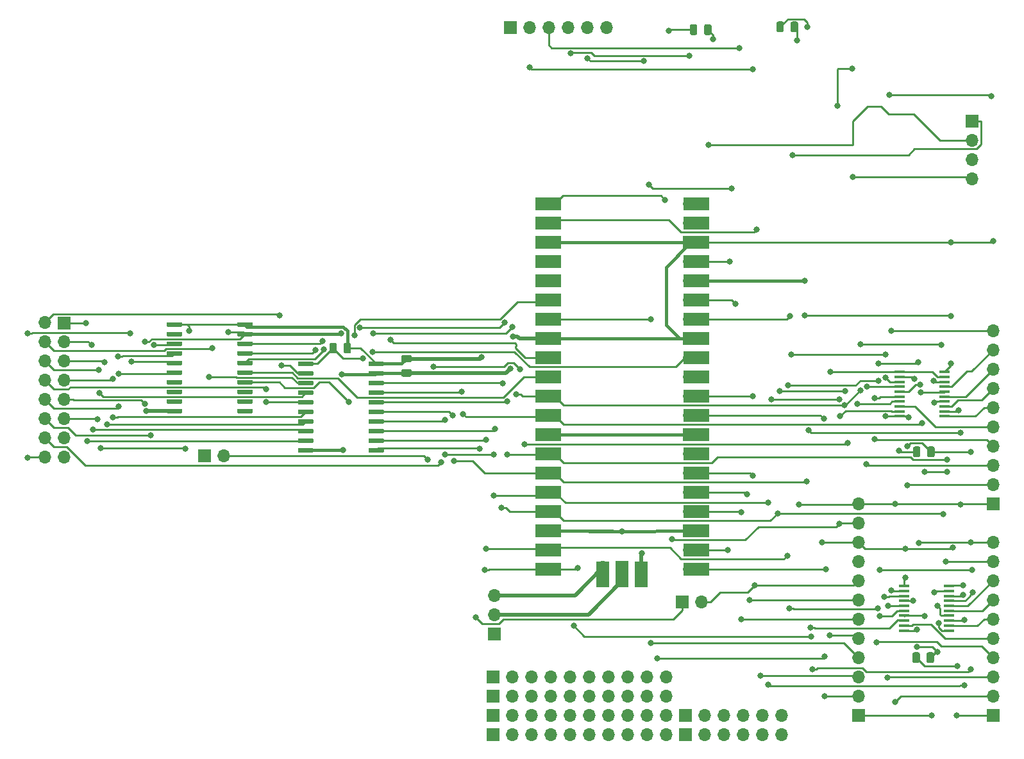
<source format=gbr>
G04 #@! TF.GenerationSoftware,KiCad,Pcbnew,5.1.5+dfsg1-2build2*
G04 #@! TF.CreationDate,2021-09-05T22:16:52+01:00*
G04 #@! TF.ProjectId,pak_breakout,70616b5f-6272-4656-916b-6f75742e6b69,rev?*
G04 #@! TF.SameCoordinates,Original*
G04 #@! TF.FileFunction,Copper,L1,Top*
G04 #@! TF.FilePolarity,Positive*
%FSLAX46Y46*%
G04 Gerber Fmt 4.6, Leading zero omitted, Abs format (unit mm)*
G04 Created by KiCad (PCBNEW 5.1.5+dfsg1-2build2) date 2021-09-05 22:16:52*
%MOMM*%
%LPD*%
G04 APERTURE LIST*
%ADD10O,1.700000X1.700000*%
%ADD11R,1.700000X1.700000*%
%ADD12C,0.100000*%
%ADD13R,1.450000X0.450000*%
%ADD14R,1.700000X3.500000*%
%ADD15R,3.500000X1.700000*%
%ADD16C,0.800000*%
%ADD17C,0.400000*%
%ADD18C,0.250000*%
%ADD19C,0.500000*%
G04 APERTURE END LIST*
D10*
X340360000Y-245110000D03*
D11*
X337820000Y-245110000D03*
D10*
X403479000Y-264414000D03*
D11*
X400939000Y-264414000D03*
G04 #@! TA.AperFunction,SMDPad,CuDef*
D12*
G36*
X415987142Y-187769174D02*
G01*
X416010803Y-187772684D01*
X416034007Y-187778496D01*
X416056529Y-187786554D01*
X416078153Y-187796782D01*
X416098670Y-187809079D01*
X416117883Y-187823329D01*
X416135607Y-187839393D01*
X416151671Y-187857117D01*
X416165921Y-187876330D01*
X416178218Y-187896847D01*
X416188446Y-187918471D01*
X416196504Y-187940993D01*
X416202316Y-187964197D01*
X416205826Y-187987858D01*
X416207000Y-188011750D01*
X416207000Y-188924250D01*
X416205826Y-188948142D01*
X416202316Y-188971803D01*
X416196504Y-188995007D01*
X416188446Y-189017529D01*
X416178218Y-189039153D01*
X416165921Y-189059670D01*
X416151671Y-189078883D01*
X416135607Y-189096607D01*
X416117883Y-189112671D01*
X416098670Y-189126921D01*
X416078153Y-189139218D01*
X416056529Y-189149446D01*
X416034007Y-189157504D01*
X416010803Y-189163316D01*
X415987142Y-189166826D01*
X415963250Y-189168000D01*
X415475750Y-189168000D01*
X415451858Y-189166826D01*
X415428197Y-189163316D01*
X415404993Y-189157504D01*
X415382471Y-189149446D01*
X415360847Y-189139218D01*
X415340330Y-189126921D01*
X415321117Y-189112671D01*
X415303393Y-189096607D01*
X415287329Y-189078883D01*
X415273079Y-189059670D01*
X415260782Y-189039153D01*
X415250554Y-189017529D01*
X415242496Y-188995007D01*
X415236684Y-188971803D01*
X415233174Y-188948142D01*
X415232000Y-188924250D01*
X415232000Y-188011750D01*
X415233174Y-187987858D01*
X415236684Y-187964197D01*
X415242496Y-187940993D01*
X415250554Y-187918471D01*
X415260782Y-187896847D01*
X415273079Y-187876330D01*
X415287329Y-187857117D01*
X415303393Y-187839393D01*
X415321117Y-187823329D01*
X415340330Y-187809079D01*
X415360847Y-187796782D01*
X415382471Y-187786554D01*
X415404993Y-187778496D01*
X415428197Y-187772684D01*
X415451858Y-187769174D01*
X415475750Y-187768000D01*
X415963250Y-187768000D01*
X415987142Y-187769174D01*
G37*
G04 #@! TD.AperFunction*
G04 #@! TA.AperFunction,SMDPad,CuDef*
G36*
X414112142Y-187769174D02*
G01*
X414135803Y-187772684D01*
X414159007Y-187778496D01*
X414181529Y-187786554D01*
X414203153Y-187796782D01*
X414223670Y-187809079D01*
X414242883Y-187823329D01*
X414260607Y-187839393D01*
X414276671Y-187857117D01*
X414290921Y-187876330D01*
X414303218Y-187896847D01*
X414313446Y-187918471D01*
X414321504Y-187940993D01*
X414327316Y-187964197D01*
X414330826Y-187987858D01*
X414332000Y-188011750D01*
X414332000Y-188924250D01*
X414330826Y-188948142D01*
X414327316Y-188971803D01*
X414321504Y-188995007D01*
X414313446Y-189017529D01*
X414303218Y-189039153D01*
X414290921Y-189059670D01*
X414276671Y-189078883D01*
X414260607Y-189096607D01*
X414242883Y-189112671D01*
X414223670Y-189126921D01*
X414203153Y-189139218D01*
X414181529Y-189149446D01*
X414159007Y-189157504D01*
X414135803Y-189163316D01*
X414112142Y-189166826D01*
X414088250Y-189168000D01*
X413600750Y-189168000D01*
X413576858Y-189166826D01*
X413553197Y-189163316D01*
X413529993Y-189157504D01*
X413507471Y-189149446D01*
X413485847Y-189139218D01*
X413465330Y-189126921D01*
X413446117Y-189112671D01*
X413428393Y-189096607D01*
X413412329Y-189078883D01*
X413398079Y-189059670D01*
X413385782Y-189039153D01*
X413375554Y-189017529D01*
X413367496Y-188995007D01*
X413361684Y-188971803D01*
X413358174Y-188948142D01*
X413357000Y-188924250D01*
X413357000Y-188011750D01*
X413358174Y-187987858D01*
X413361684Y-187964197D01*
X413367496Y-187940993D01*
X413375554Y-187918471D01*
X413385782Y-187896847D01*
X413398079Y-187876330D01*
X413412329Y-187857117D01*
X413428393Y-187839393D01*
X413446117Y-187823329D01*
X413465330Y-187809079D01*
X413485847Y-187796782D01*
X413507471Y-187786554D01*
X413529993Y-187778496D01*
X413553197Y-187772684D01*
X413576858Y-187769174D01*
X413600750Y-187768000D01*
X414088250Y-187768000D01*
X414112142Y-187769174D01*
G37*
G04 #@! TD.AperFunction*
D10*
X414020000Y-279400000D03*
X411480000Y-279400000D03*
X408940000Y-279400000D03*
X406400000Y-279400000D03*
X403860000Y-279400000D03*
D11*
X401320000Y-279400000D03*
D10*
X398780000Y-274320000D03*
X396240000Y-274320000D03*
X393700000Y-274320000D03*
X391160000Y-274320000D03*
X388620000Y-274320000D03*
X386080000Y-274320000D03*
X383540000Y-274320000D03*
X381000000Y-274320000D03*
X378460000Y-274320000D03*
D11*
X375920000Y-274320000D03*
D10*
X398780000Y-281940000D03*
X396240000Y-281940000D03*
X393700000Y-281940000D03*
X391160000Y-281940000D03*
X388620000Y-281940000D03*
X386080000Y-281940000D03*
X383540000Y-281940000D03*
X381000000Y-281940000D03*
X378460000Y-281940000D03*
D11*
X375920000Y-281940000D03*
D10*
X414020000Y-281940000D03*
X411480000Y-281940000D03*
X408940000Y-281940000D03*
X406400000Y-281940000D03*
X403860000Y-281940000D03*
D11*
X401320000Y-281940000D03*
D10*
X398780000Y-279400000D03*
X396240000Y-279400000D03*
X393700000Y-279400000D03*
X391160000Y-279400000D03*
X388620000Y-279400000D03*
X386080000Y-279400000D03*
X383540000Y-279400000D03*
X381000000Y-279400000D03*
X378460000Y-279400000D03*
D11*
X375920000Y-279400000D03*
D10*
X398780000Y-276860000D03*
X396240000Y-276860000D03*
X393700000Y-276860000D03*
X391160000Y-276860000D03*
X388620000Y-276860000D03*
X386080000Y-276860000D03*
X383540000Y-276860000D03*
X381000000Y-276860000D03*
X378460000Y-276860000D03*
D11*
X375920000Y-276860000D03*
D10*
X441960000Y-256540000D03*
X441960000Y-259080000D03*
X441960000Y-261620000D03*
X441960000Y-264160000D03*
X441960000Y-266700000D03*
X441960000Y-269240000D03*
X441960000Y-271780000D03*
X441960000Y-274320000D03*
X441960000Y-276860000D03*
D11*
X441960000Y-279400000D03*
D10*
X441960000Y-228600000D03*
X441960000Y-231140000D03*
X441960000Y-233680000D03*
X441960000Y-236220000D03*
X441960000Y-238760000D03*
X441960000Y-241300000D03*
X441960000Y-243840000D03*
X441960000Y-246380000D03*
X441960000Y-248920000D03*
D11*
X441960000Y-251460000D03*
G04 #@! TA.AperFunction,SMDPad,CuDef*
D12*
G36*
X434021142Y-243903174D02*
G01*
X434044803Y-243906684D01*
X434068007Y-243912496D01*
X434090529Y-243920554D01*
X434112153Y-243930782D01*
X434132670Y-243943079D01*
X434151883Y-243957329D01*
X434169607Y-243973393D01*
X434185671Y-243991117D01*
X434199921Y-244010330D01*
X434212218Y-244030847D01*
X434222446Y-244052471D01*
X434230504Y-244074993D01*
X434236316Y-244098197D01*
X434239826Y-244121858D01*
X434241000Y-244145750D01*
X434241000Y-245058250D01*
X434239826Y-245082142D01*
X434236316Y-245105803D01*
X434230504Y-245129007D01*
X434222446Y-245151529D01*
X434212218Y-245173153D01*
X434199921Y-245193670D01*
X434185671Y-245212883D01*
X434169607Y-245230607D01*
X434151883Y-245246671D01*
X434132670Y-245260921D01*
X434112153Y-245273218D01*
X434090529Y-245283446D01*
X434068007Y-245291504D01*
X434044803Y-245297316D01*
X434021142Y-245300826D01*
X433997250Y-245302000D01*
X433509750Y-245302000D01*
X433485858Y-245300826D01*
X433462197Y-245297316D01*
X433438993Y-245291504D01*
X433416471Y-245283446D01*
X433394847Y-245273218D01*
X433374330Y-245260921D01*
X433355117Y-245246671D01*
X433337393Y-245230607D01*
X433321329Y-245212883D01*
X433307079Y-245193670D01*
X433294782Y-245173153D01*
X433284554Y-245151529D01*
X433276496Y-245129007D01*
X433270684Y-245105803D01*
X433267174Y-245082142D01*
X433266000Y-245058250D01*
X433266000Y-244145750D01*
X433267174Y-244121858D01*
X433270684Y-244098197D01*
X433276496Y-244074993D01*
X433284554Y-244052471D01*
X433294782Y-244030847D01*
X433307079Y-244010330D01*
X433321329Y-243991117D01*
X433337393Y-243973393D01*
X433355117Y-243957329D01*
X433374330Y-243943079D01*
X433394847Y-243930782D01*
X433416471Y-243920554D01*
X433438993Y-243912496D01*
X433462197Y-243906684D01*
X433485858Y-243903174D01*
X433509750Y-243902000D01*
X433997250Y-243902000D01*
X434021142Y-243903174D01*
G37*
G04 #@! TD.AperFunction*
G04 #@! TA.AperFunction,SMDPad,CuDef*
G36*
X432146142Y-243903174D02*
G01*
X432169803Y-243906684D01*
X432193007Y-243912496D01*
X432215529Y-243920554D01*
X432237153Y-243930782D01*
X432257670Y-243943079D01*
X432276883Y-243957329D01*
X432294607Y-243973393D01*
X432310671Y-243991117D01*
X432324921Y-244010330D01*
X432337218Y-244030847D01*
X432347446Y-244052471D01*
X432355504Y-244074993D01*
X432361316Y-244098197D01*
X432364826Y-244121858D01*
X432366000Y-244145750D01*
X432366000Y-245058250D01*
X432364826Y-245082142D01*
X432361316Y-245105803D01*
X432355504Y-245129007D01*
X432347446Y-245151529D01*
X432337218Y-245173153D01*
X432324921Y-245193670D01*
X432310671Y-245212883D01*
X432294607Y-245230607D01*
X432276883Y-245246671D01*
X432257670Y-245260921D01*
X432237153Y-245273218D01*
X432215529Y-245283446D01*
X432193007Y-245291504D01*
X432169803Y-245297316D01*
X432146142Y-245300826D01*
X432122250Y-245302000D01*
X431634750Y-245302000D01*
X431610858Y-245300826D01*
X431587197Y-245297316D01*
X431563993Y-245291504D01*
X431541471Y-245283446D01*
X431519847Y-245273218D01*
X431499330Y-245260921D01*
X431480117Y-245246671D01*
X431462393Y-245230607D01*
X431446329Y-245212883D01*
X431432079Y-245193670D01*
X431419782Y-245173153D01*
X431409554Y-245151529D01*
X431401496Y-245129007D01*
X431395684Y-245105803D01*
X431392174Y-245082142D01*
X431391000Y-245058250D01*
X431391000Y-244145750D01*
X431392174Y-244121858D01*
X431395684Y-244098197D01*
X431401496Y-244074993D01*
X431409554Y-244052471D01*
X431419782Y-244030847D01*
X431432079Y-244010330D01*
X431446329Y-243991117D01*
X431462393Y-243973393D01*
X431480117Y-243957329D01*
X431499330Y-243943079D01*
X431519847Y-243930782D01*
X431541471Y-243920554D01*
X431563993Y-243912496D01*
X431587197Y-243906684D01*
X431610858Y-243903174D01*
X431634750Y-243902000D01*
X432122250Y-243902000D01*
X432146142Y-243903174D01*
G37*
G04 #@! TD.AperFunction*
G04 #@! TA.AperFunction,SMDPad,CuDef*
G36*
X433942642Y-271081174D02*
G01*
X433966303Y-271084684D01*
X433989507Y-271090496D01*
X434012029Y-271098554D01*
X434033653Y-271108782D01*
X434054170Y-271121079D01*
X434073383Y-271135329D01*
X434091107Y-271151393D01*
X434107171Y-271169117D01*
X434121421Y-271188330D01*
X434133718Y-271208847D01*
X434143946Y-271230471D01*
X434152004Y-271252993D01*
X434157816Y-271276197D01*
X434161326Y-271299858D01*
X434162500Y-271323750D01*
X434162500Y-272236250D01*
X434161326Y-272260142D01*
X434157816Y-272283803D01*
X434152004Y-272307007D01*
X434143946Y-272329529D01*
X434133718Y-272351153D01*
X434121421Y-272371670D01*
X434107171Y-272390883D01*
X434091107Y-272408607D01*
X434073383Y-272424671D01*
X434054170Y-272438921D01*
X434033653Y-272451218D01*
X434012029Y-272461446D01*
X433989507Y-272469504D01*
X433966303Y-272475316D01*
X433942642Y-272478826D01*
X433918750Y-272480000D01*
X433431250Y-272480000D01*
X433407358Y-272478826D01*
X433383697Y-272475316D01*
X433360493Y-272469504D01*
X433337971Y-272461446D01*
X433316347Y-272451218D01*
X433295830Y-272438921D01*
X433276617Y-272424671D01*
X433258893Y-272408607D01*
X433242829Y-272390883D01*
X433228579Y-272371670D01*
X433216282Y-272351153D01*
X433206054Y-272329529D01*
X433197996Y-272307007D01*
X433192184Y-272283803D01*
X433188674Y-272260142D01*
X433187500Y-272236250D01*
X433187500Y-271323750D01*
X433188674Y-271299858D01*
X433192184Y-271276197D01*
X433197996Y-271252993D01*
X433206054Y-271230471D01*
X433216282Y-271208847D01*
X433228579Y-271188330D01*
X433242829Y-271169117D01*
X433258893Y-271151393D01*
X433276617Y-271135329D01*
X433295830Y-271121079D01*
X433316347Y-271108782D01*
X433337971Y-271098554D01*
X433360493Y-271090496D01*
X433383697Y-271084684D01*
X433407358Y-271081174D01*
X433431250Y-271080000D01*
X433918750Y-271080000D01*
X433942642Y-271081174D01*
G37*
G04 #@! TD.AperFunction*
G04 #@! TA.AperFunction,SMDPad,CuDef*
G36*
X432067642Y-271081174D02*
G01*
X432091303Y-271084684D01*
X432114507Y-271090496D01*
X432137029Y-271098554D01*
X432158653Y-271108782D01*
X432179170Y-271121079D01*
X432198383Y-271135329D01*
X432216107Y-271151393D01*
X432232171Y-271169117D01*
X432246421Y-271188330D01*
X432258718Y-271208847D01*
X432268946Y-271230471D01*
X432277004Y-271252993D01*
X432282816Y-271276197D01*
X432286326Y-271299858D01*
X432287500Y-271323750D01*
X432287500Y-272236250D01*
X432286326Y-272260142D01*
X432282816Y-272283803D01*
X432277004Y-272307007D01*
X432268946Y-272329529D01*
X432258718Y-272351153D01*
X432246421Y-272371670D01*
X432232171Y-272390883D01*
X432216107Y-272408607D01*
X432198383Y-272424671D01*
X432179170Y-272438921D01*
X432158653Y-272451218D01*
X432137029Y-272461446D01*
X432114507Y-272469504D01*
X432091303Y-272475316D01*
X432067642Y-272478826D01*
X432043750Y-272480000D01*
X431556250Y-272480000D01*
X431532358Y-272478826D01*
X431508697Y-272475316D01*
X431485493Y-272469504D01*
X431462971Y-272461446D01*
X431441347Y-272451218D01*
X431420830Y-272438921D01*
X431401617Y-272424671D01*
X431383893Y-272408607D01*
X431367829Y-272390883D01*
X431353579Y-272371670D01*
X431341282Y-272351153D01*
X431331054Y-272329529D01*
X431322996Y-272307007D01*
X431317184Y-272283803D01*
X431313674Y-272260142D01*
X431312500Y-272236250D01*
X431312500Y-271323750D01*
X431313674Y-271299858D01*
X431317184Y-271276197D01*
X431322996Y-271252993D01*
X431331054Y-271230471D01*
X431341282Y-271208847D01*
X431353579Y-271188330D01*
X431367829Y-271169117D01*
X431383893Y-271151393D01*
X431401617Y-271135329D01*
X431420830Y-271121079D01*
X431441347Y-271108782D01*
X431462971Y-271098554D01*
X431485493Y-271090496D01*
X431508697Y-271084684D01*
X431532358Y-271081174D01*
X431556250Y-271080000D01*
X432043750Y-271080000D01*
X432067642Y-271081174D01*
G37*
G04 #@! TD.AperFunction*
D13*
X436118000Y-262352000D03*
X436118000Y-263002000D03*
X436118000Y-263652000D03*
X436118000Y-264302000D03*
X436118000Y-264952000D03*
X436118000Y-265602000D03*
X436118000Y-266252000D03*
X436118000Y-266902000D03*
X436118000Y-267552000D03*
X436118000Y-268202000D03*
X430218000Y-268202000D03*
X430218000Y-267552000D03*
X430218000Y-266902000D03*
X430218000Y-266252000D03*
X430218000Y-265602000D03*
X430218000Y-264952000D03*
X430218000Y-264302000D03*
X430218000Y-263652000D03*
X430218000Y-263002000D03*
X430218000Y-262352000D03*
X435512000Y-234057000D03*
X435512000Y-234707000D03*
X435512000Y-235357000D03*
X435512000Y-236007000D03*
X435512000Y-236657000D03*
X435512000Y-237307000D03*
X435512000Y-237957000D03*
X435512000Y-238607000D03*
X435512000Y-239257000D03*
X435512000Y-239907000D03*
X429612000Y-239907000D03*
X429612000Y-239257000D03*
X429612000Y-238607000D03*
X429612000Y-237957000D03*
X429612000Y-237307000D03*
X429612000Y-236657000D03*
X429612000Y-236007000D03*
X429612000Y-235357000D03*
X429612000Y-234707000D03*
X429612000Y-234057000D03*
D10*
X424180000Y-251460000D03*
X424180000Y-254000000D03*
X424180000Y-256540000D03*
X424180000Y-259080000D03*
X424180000Y-261620000D03*
X424180000Y-264160000D03*
X424180000Y-266700000D03*
X424180000Y-269240000D03*
X424180000Y-271780000D03*
X424180000Y-274320000D03*
X424180000Y-276860000D03*
D11*
X424180000Y-279400000D03*
D10*
X390900000Y-188600000D03*
X388360000Y-188600000D03*
X385820000Y-188600000D03*
X383280000Y-188600000D03*
X380740000Y-188600000D03*
D11*
X378200000Y-188600000D03*
D10*
X376150000Y-263600000D03*
X376150000Y-266140000D03*
D11*
X376150000Y-268680000D03*
G04 #@! TA.AperFunction,SMDPad,CuDef*
D12*
G36*
X361389703Y-232660722D02*
G01*
X361404264Y-232662882D01*
X361418543Y-232666459D01*
X361432403Y-232671418D01*
X361445710Y-232677712D01*
X361458336Y-232685280D01*
X361470159Y-232694048D01*
X361481066Y-232703934D01*
X361490952Y-232714841D01*
X361499720Y-232726664D01*
X361507288Y-232739290D01*
X361513582Y-232752597D01*
X361518541Y-232766457D01*
X361522118Y-232780736D01*
X361524278Y-232795297D01*
X361525000Y-232810000D01*
X361525000Y-233110000D01*
X361524278Y-233124703D01*
X361522118Y-233139264D01*
X361518541Y-233153543D01*
X361513582Y-233167403D01*
X361507288Y-233180710D01*
X361499720Y-233193336D01*
X361490952Y-233205159D01*
X361481066Y-233216066D01*
X361470159Y-233225952D01*
X361458336Y-233234720D01*
X361445710Y-233242288D01*
X361432403Y-233248582D01*
X361418543Y-233253541D01*
X361404264Y-233257118D01*
X361389703Y-233259278D01*
X361375000Y-233260000D01*
X359625000Y-233260000D01*
X359610297Y-233259278D01*
X359595736Y-233257118D01*
X359581457Y-233253541D01*
X359567597Y-233248582D01*
X359554290Y-233242288D01*
X359541664Y-233234720D01*
X359529841Y-233225952D01*
X359518934Y-233216066D01*
X359509048Y-233205159D01*
X359500280Y-233193336D01*
X359492712Y-233180710D01*
X359486418Y-233167403D01*
X359481459Y-233153543D01*
X359477882Y-233139264D01*
X359475722Y-233124703D01*
X359475000Y-233110000D01*
X359475000Y-232810000D01*
X359475722Y-232795297D01*
X359477882Y-232780736D01*
X359481459Y-232766457D01*
X359486418Y-232752597D01*
X359492712Y-232739290D01*
X359500280Y-232726664D01*
X359509048Y-232714841D01*
X359518934Y-232703934D01*
X359529841Y-232694048D01*
X359541664Y-232685280D01*
X359554290Y-232677712D01*
X359567597Y-232671418D01*
X359581457Y-232666459D01*
X359595736Y-232662882D01*
X359610297Y-232660722D01*
X359625000Y-232660000D01*
X361375000Y-232660000D01*
X361389703Y-232660722D01*
G37*
G04 #@! TD.AperFunction*
G04 #@! TA.AperFunction,SMDPad,CuDef*
G36*
X361389703Y-233930722D02*
G01*
X361404264Y-233932882D01*
X361418543Y-233936459D01*
X361432403Y-233941418D01*
X361445710Y-233947712D01*
X361458336Y-233955280D01*
X361470159Y-233964048D01*
X361481066Y-233973934D01*
X361490952Y-233984841D01*
X361499720Y-233996664D01*
X361507288Y-234009290D01*
X361513582Y-234022597D01*
X361518541Y-234036457D01*
X361522118Y-234050736D01*
X361524278Y-234065297D01*
X361525000Y-234080000D01*
X361525000Y-234380000D01*
X361524278Y-234394703D01*
X361522118Y-234409264D01*
X361518541Y-234423543D01*
X361513582Y-234437403D01*
X361507288Y-234450710D01*
X361499720Y-234463336D01*
X361490952Y-234475159D01*
X361481066Y-234486066D01*
X361470159Y-234495952D01*
X361458336Y-234504720D01*
X361445710Y-234512288D01*
X361432403Y-234518582D01*
X361418543Y-234523541D01*
X361404264Y-234527118D01*
X361389703Y-234529278D01*
X361375000Y-234530000D01*
X359625000Y-234530000D01*
X359610297Y-234529278D01*
X359595736Y-234527118D01*
X359581457Y-234523541D01*
X359567597Y-234518582D01*
X359554290Y-234512288D01*
X359541664Y-234504720D01*
X359529841Y-234495952D01*
X359518934Y-234486066D01*
X359509048Y-234475159D01*
X359500280Y-234463336D01*
X359492712Y-234450710D01*
X359486418Y-234437403D01*
X359481459Y-234423543D01*
X359477882Y-234409264D01*
X359475722Y-234394703D01*
X359475000Y-234380000D01*
X359475000Y-234080000D01*
X359475722Y-234065297D01*
X359477882Y-234050736D01*
X359481459Y-234036457D01*
X359486418Y-234022597D01*
X359492712Y-234009290D01*
X359500280Y-233996664D01*
X359509048Y-233984841D01*
X359518934Y-233973934D01*
X359529841Y-233964048D01*
X359541664Y-233955280D01*
X359554290Y-233947712D01*
X359567597Y-233941418D01*
X359581457Y-233936459D01*
X359595736Y-233932882D01*
X359610297Y-233930722D01*
X359625000Y-233930000D01*
X361375000Y-233930000D01*
X361389703Y-233930722D01*
G37*
G04 #@! TD.AperFunction*
G04 #@! TA.AperFunction,SMDPad,CuDef*
G36*
X361389703Y-235200722D02*
G01*
X361404264Y-235202882D01*
X361418543Y-235206459D01*
X361432403Y-235211418D01*
X361445710Y-235217712D01*
X361458336Y-235225280D01*
X361470159Y-235234048D01*
X361481066Y-235243934D01*
X361490952Y-235254841D01*
X361499720Y-235266664D01*
X361507288Y-235279290D01*
X361513582Y-235292597D01*
X361518541Y-235306457D01*
X361522118Y-235320736D01*
X361524278Y-235335297D01*
X361525000Y-235350000D01*
X361525000Y-235650000D01*
X361524278Y-235664703D01*
X361522118Y-235679264D01*
X361518541Y-235693543D01*
X361513582Y-235707403D01*
X361507288Y-235720710D01*
X361499720Y-235733336D01*
X361490952Y-235745159D01*
X361481066Y-235756066D01*
X361470159Y-235765952D01*
X361458336Y-235774720D01*
X361445710Y-235782288D01*
X361432403Y-235788582D01*
X361418543Y-235793541D01*
X361404264Y-235797118D01*
X361389703Y-235799278D01*
X361375000Y-235800000D01*
X359625000Y-235800000D01*
X359610297Y-235799278D01*
X359595736Y-235797118D01*
X359581457Y-235793541D01*
X359567597Y-235788582D01*
X359554290Y-235782288D01*
X359541664Y-235774720D01*
X359529841Y-235765952D01*
X359518934Y-235756066D01*
X359509048Y-235745159D01*
X359500280Y-235733336D01*
X359492712Y-235720710D01*
X359486418Y-235707403D01*
X359481459Y-235693543D01*
X359477882Y-235679264D01*
X359475722Y-235664703D01*
X359475000Y-235650000D01*
X359475000Y-235350000D01*
X359475722Y-235335297D01*
X359477882Y-235320736D01*
X359481459Y-235306457D01*
X359486418Y-235292597D01*
X359492712Y-235279290D01*
X359500280Y-235266664D01*
X359509048Y-235254841D01*
X359518934Y-235243934D01*
X359529841Y-235234048D01*
X359541664Y-235225280D01*
X359554290Y-235217712D01*
X359567597Y-235211418D01*
X359581457Y-235206459D01*
X359595736Y-235202882D01*
X359610297Y-235200722D01*
X359625000Y-235200000D01*
X361375000Y-235200000D01*
X361389703Y-235200722D01*
G37*
G04 #@! TD.AperFunction*
G04 #@! TA.AperFunction,SMDPad,CuDef*
G36*
X361389703Y-236470722D02*
G01*
X361404264Y-236472882D01*
X361418543Y-236476459D01*
X361432403Y-236481418D01*
X361445710Y-236487712D01*
X361458336Y-236495280D01*
X361470159Y-236504048D01*
X361481066Y-236513934D01*
X361490952Y-236524841D01*
X361499720Y-236536664D01*
X361507288Y-236549290D01*
X361513582Y-236562597D01*
X361518541Y-236576457D01*
X361522118Y-236590736D01*
X361524278Y-236605297D01*
X361525000Y-236620000D01*
X361525000Y-236920000D01*
X361524278Y-236934703D01*
X361522118Y-236949264D01*
X361518541Y-236963543D01*
X361513582Y-236977403D01*
X361507288Y-236990710D01*
X361499720Y-237003336D01*
X361490952Y-237015159D01*
X361481066Y-237026066D01*
X361470159Y-237035952D01*
X361458336Y-237044720D01*
X361445710Y-237052288D01*
X361432403Y-237058582D01*
X361418543Y-237063541D01*
X361404264Y-237067118D01*
X361389703Y-237069278D01*
X361375000Y-237070000D01*
X359625000Y-237070000D01*
X359610297Y-237069278D01*
X359595736Y-237067118D01*
X359581457Y-237063541D01*
X359567597Y-237058582D01*
X359554290Y-237052288D01*
X359541664Y-237044720D01*
X359529841Y-237035952D01*
X359518934Y-237026066D01*
X359509048Y-237015159D01*
X359500280Y-237003336D01*
X359492712Y-236990710D01*
X359486418Y-236977403D01*
X359481459Y-236963543D01*
X359477882Y-236949264D01*
X359475722Y-236934703D01*
X359475000Y-236920000D01*
X359475000Y-236620000D01*
X359475722Y-236605297D01*
X359477882Y-236590736D01*
X359481459Y-236576457D01*
X359486418Y-236562597D01*
X359492712Y-236549290D01*
X359500280Y-236536664D01*
X359509048Y-236524841D01*
X359518934Y-236513934D01*
X359529841Y-236504048D01*
X359541664Y-236495280D01*
X359554290Y-236487712D01*
X359567597Y-236481418D01*
X359581457Y-236476459D01*
X359595736Y-236472882D01*
X359610297Y-236470722D01*
X359625000Y-236470000D01*
X361375000Y-236470000D01*
X361389703Y-236470722D01*
G37*
G04 #@! TD.AperFunction*
G04 #@! TA.AperFunction,SMDPad,CuDef*
G36*
X361389703Y-237740722D02*
G01*
X361404264Y-237742882D01*
X361418543Y-237746459D01*
X361432403Y-237751418D01*
X361445710Y-237757712D01*
X361458336Y-237765280D01*
X361470159Y-237774048D01*
X361481066Y-237783934D01*
X361490952Y-237794841D01*
X361499720Y-237806664D01*
X361507288Y-237819290D01*
X361513582Y-237832597D01*
X361518541Y-237846457D01*
X361522118Y-237860736D01*
X361524278Y-237875297D01*
X361525000Y-237890000D01*
X361525000Y-238190000D01*
X361524278Y-238204703D01*
X361522118Y-238219264D01*
X361518541Y-238233543D01*
X361513582Y-238247403D01*
X361507288Y-238260710D01*
X361499720Y-238273336D01*
X361490952Y-238285159D01*
X361481066Y-238296066D01*
X361470159Y-238305952D01*
X361458336Y-238314720D01*
X361445710Y-238322288D01*
X361432403Y-238328582D01*
X361418543Y-238333541D01*
X361404264Y-238337118D01*
X361389703Y-238339278D01*
X361375000Y-238340000D01*
X359625000Y-238340000D01*
X359610297Y-238339278D01*
X359595736Y-238337118D01*
X359581457Y-238333541D01*
X359567597Y-238328582D01*
X359554290Y-238322288D01*
X359541664Y-238314720D01*
X359529841Y-238305952D01*
X359518934Y-238296066D01*
X359509048Y-238285159D01*
X359500280Y-238273336D01*
X359492712Y-238260710D01*
X359486418Y-238247403D01*
X359481459Y-238233543D01*
X359477882Y-238219264D01*
X359475722Y-238204703D01*
X359475000Y-238190000D01*
X359475000Y-237890000D01*
X359475722Y-237875297D01*
X359477882Y-237860736D01*
X359481459Y-237846457D01*
X359486418Y-237832597D01*
X359492712Y-237819290D01*
X359500280Y-237806664D01*
X359509048Y-237794841D01*
X359518934Y-237783934D01*
X359529841Y-237774048D01*
X359541664Y-237765280D01*
X359554290Y-237757712D01*
X359567597Y-237751418D01*
X359581457Y-237746459D01*
X359595736Y-237742882D01*
X359610297Y-237740722D01*
X359625000Y-237740000D01*
X361375000Y-237740000D01*
X361389703Y-237740722D01*
G37*
G04 #@! TD.AperFunction*
G04 #@! TA.AperFunction,SMDPad,CuDef*
G36*
X361389703Y-239010722D02*
G01*
X361404264Y-239012882D01*
X361418543Y-239016459D01*
X361432403Y-239021418D01*
X361445710Y-239027712D01*
X361458336Y-239035280D01*
X361470159Y-239044048D01*
X361481066Y-239053934D01*
X361490952Y-239064841D01*
X361499720Y-239076664D01*
X361507288Y-239089290D01*
X361513582Y-239102597D01*
X361518541Y-239116457D01*
X361522118Y-239130736D01*
X361524278Y-239145297D01*
X361525000Y-239160000D01*
X361525000Y-239460000D01*
X361524278Y-239474703D01*
X361522118Y-239489264D01*
X361518541Y-239503543D01*
X361513582Y-239517403D01*
X361507288Y-239530710D01*
X361499720Y-239543336D01*
X361490952Y-239555159D01*
X361481066Y-239566066D01*
X361470159Y-239575952D01*
X361458336Y-239584720D01*
X361445710Y-239592288D01*
X361432403Y-239598582D01*
X361418543Y-239603541D01*
X361404264Y-239607118D01*
X361389703Y-239609278D01*
X361375000Y-239610000D01*
X359625000Y-239610000D01*
X359610297Y-239609278D01*
X359595736Y-239607118D01*
X359581457Y-239603541D01*
X359567597Y-239598582D01*
X359554290Y-239592288D01*
X359541664Y-239584720D01*
X359529841Y-239575952D01*
X359518934Y-239566066D01*
X359509048Y-239555159D01*
X359500280Y-239543336D01*
X359492712Y-239530710D01*
X359486418Y-239517403D01*
X359481459Y-239503543D01*
X359477882Y-239489264D01*
X359475722Y-239474703D01*
X359475000Y-239460000D01*
X359475000Y-239160000D01*
X359475722Y-239145297D01*
X359477882Y-239130736D01*
X359481459Y-239116457D01*
X359486418Y-239102597D01*
X359492712Y-239089290D01*
X359500280Y-239076664D01*
X359509048Y-239064841D01*
X359518934Y-239053934D01*
X359529841Y-239044048D01*
X359541664Y-239035280D01*
X359554290Y-239027712D01*
X359567597Y-239021418D01*
X359581457Y-239016459D01*
X359595736Y-239012882D01*
X359610297Y-239010722D01*
X359625000Y-239010000D01*
X361375000Y-239010000D01*
X361389703Y-239010722D01*
G37*
G04 #@! TD.AperFunction*
G04 #@! TA.AperFunction,SMDPad,CuDef*
G36*
X361389703Y-240280722D02*
G01*
X361404264Y-240282882D01*
X361418543Y-240286459D01*
X361432403Y-240291418D01*
X361445710Y-240297712D01*
X361458336Y-240305280D01*
X361470159Y-240314048D01*
X361481066Y-240323934D01*
X361490952Y-240334841D01*
X361499720Y-240346664D01*
X361507288Y-240359290D01*
X361513582Y-240372597D01*
X361518541Y-240386457D01*
X361522118Y-240400736D01*
X361524278Y-240415297D01*
X361525000Y-240430000D01*
X361525000Y-240730000D01*
X361524278Y-240744703D01*
X361522118Y-240759264D01*
X361518541Y-240773543D01*
X361513582Y-240787403D01*
X361507288Y-240800710D01*
X361499720Y-240813336D01*
X361490952Y-240825159D01*
X361481066Y-240836066D01*
X361470159Y-240845952D01*
X361458336Y-240854720D01*
X361445710Y-240862288D01*
X361432403Y-240868582D01*
X361418543Y-240873541D01*
X361404264Y-240877118D01*
X361389703Y-240879278D01*
X361375000Y-240880000D01*
X359625000Y-240880000D01*
X359610297Y-240879278D01*
X359595736Y-240877118D01*
X359581457Y-240873541D01*
X359567597Y-240868582D01*
X359554290Y-240862288D01*
X359541664Y-240854720D01*
X359529841Y-240845952D01*
X359518934Y-240836066D01*
X359509048Y-240825159D01*
X359500280Y-240813336D01*
X359492712Y-240800710D01*
X359486418Y-240787403D01*
X359481459Y-240773543D01*
X359477882Y-240759264D01*
X359475722Y-240744703D01*
X359475000Y-240730000D01*
X359475000Y-240430000D01*
X359475722Y-240415297D01*
X359477882Y-240400736D01*
X359481459Y-240386457D01*
X359486418Y-240372597D01*
X359492712Y-240359290D01*
X359500280Y-240346664D01*
X359509048Y-240334841D01*
X359518934Y-240323934D01*
X359529841Y-240314048D01*
X359541664Y-240305280D01*
X359554290Y-240297712D01*
X359567597Y-240291418D01*
X359581457Y-240286459D01*
X359595736Y-240282882D01*
X359610297Y-240280722D01*
X359625000Y-240280000D01*
X361375000Y-240280000D01*
X361389703Y-240280722D01*
G37*
G04 #@! TD.AperFunction*
G04 #@! TA.AperFunction,SMDPad,CuDef*
G36*
X361389703Y-241550722D02*
G01*
X361404264Y-241552882D01*
X361418543Y-241556459D01*
X361432403Y-241561418D01*
X361445710Y-241567712D01*
X361458336Y-241575280D01*
X361470159Y-241584048D01*
X361481066Y-241593934D01*
X361490952Y-241604841D01*
X361499720Y-241616664D01*
X361507288Y-241629290D01*
X361513582Y-241642597D01*
X361518541Y-241656457D01*
X361522118Y-241670736D01*
X361524278Y-241685297D01*
X361525000Y-241700000D01*
X361525000Y-242000000D01*
X361524278Y-242014703D01*
X361522118Y-242029264D01*
X361518541Y-242043543D01*
X361513582Y-242057403D01*
X361507288Y-242070710D01*
X361499720Y-242083336D01*
X361490952Y-242095159D01*
X361481066Y-242106066D01*
X361470159Y-242115952D01*
X361458336Y-242124720D01*
X361445710Y-242132288D01*
X361432403Y-242138582D01*
X361418543Y-242143541D01*
X361404264Y-242147118D01*
X361389703Y-242149278D01*
X361375000Y-242150000D01*
X359625000Y-242150000D01*
X359610297Y-242149278D01*
X359595736Y-242147118D01*
X359581457Y-242143541D01*
X359567597Y-242138582D01*
X359554290Y-242132288D01*
X359541664Y-242124720D01*
X359529841Y-242115952D01*
X359518934Y-242106066D01*
X359509048Y-242095159D01*
X359500280Y-242083336D01*
X359492712Y-242070710D01*
X359486418Y-242057403D01*
X359481459Y-242043543D01*
X359477882Y-242029264D01*
X359475722Y-242014703D01*
X359475000Y-242000000D01*
X359475000Y-241700000D01*
X359475722Y-241685297D01*
X359477882Y-241670736D01*
X359481459Y-241656457D01*
X359486418Y-241642597D01*
X359492712Y-241629290D01*
X359500280Y-241616664D01*
X359509048Y-241604841D01*
X359518934Y-241593934D01*
X359529841Y-241584048D01*
X359541664Y-241575280D01*
X359554290Y-241567712D01*
X359567597Y-241561418D01*
X359581457Y-241556459D01*
X359595736Y-241552882D01*
X359610297Y-241550722D01*
X359625000Y-241550000D01*
X361375000Y-241550000D01*
X361389703Y-241550722D01*
G37*
G04 #@! TD.AperFunction*
G04 #@! TA.AperFunction,SMDPad,CuDef*
G36*
X361389703Y-242820722D02*
G01*
X361404264Y-242822882D01*
X361418543Y-242826459D01*
X361432403Y-242831418D01*
X361445710Y-242837712D01*
X361458336Y-242845280D01*
X361470159Y-242854048D01*
X361481066Y-242863934D01*
X361490952Y-242874841D01*
X361499720Y-242886664D01*
X361507288Y-242899290D01*
X361513582Y-242912597D01*
X361518541Y-242926457D01*
X361522118Y-242940736D01*
X361524278Y-242955297D01*
X361525000Y-242970000D01*
X361525000Y-243270000D01*
X361524278Y-243284703D01*
X361522118Y-243299264D01*
X361518541Y-243313543D01*
X361513582Y-243327403D01*
X361507288Y-243340710D01*
X361499720Y-243353336D01*
X361490952Y-243365159D01*
X361481066Y-243376066D01*
X361470159Y-243385952D01*
X361458336Y-243394720D01*
X361445710Y-243402288D01*
X361432403Y-243408582D01*
X361418543Y-243413541D01*
X361404264Y-243417118D01*
X361389703Y-243419278D01*
X361375000Y-243420000D01*
X359625000Y-243420000D01*
X359610297Y-243419278D01*
X359595736Y-243417118D01*
X359581457Y-243413541D01*
X359567597Y-243408582D01*
X359554290Y-243402288D01*
X359541664Y-243394720D01*
X359529841Y-243385952D01*
X359518934Y-243376066D01*
X359509048Y-243365159D01*
X359500280Y-243353336D01*
X359492712Y-243340710D01*
X359486418Y-243327403D01*
X359481459Y-243313543D01*
X359477882Y-243299264D01*
X359475722Y-243284703D01*
X359475000Y-243270000D01*
X359475000Y-242970000D01*
X359475722Y-242955297D01*
X359477882Y-242940736D01*
X359481459Y-242926457D01*
X359486418Y-242912597D01*
X359492712Y-242899290D01*
X359500280Y-242886664D01*
X359509048Y-242874841D01*
X359518934Y-242863934D01*
X359529841Y-242854048D01*
X359541664Y-242845280D01*
X359554290Y-242837712D01*
X359567597Y-242831418D01*
X359581457Y-242826459D01*
X359595736Y-242822882D01*
X359610297Y-242820722D01*
X359625000Y-242820000D01*
X361375000Y-242820000D01*
X361389703Y-242820722D01*
G37*
G04 #@! TD.AperFunction*
G04 #@! TA.AperFunction,SMDPad,CuDef*
G36*
X361389703Y-244090722D02*
G01*
X361404264Y-244092882D01*
X361418543Y-244096459D01*
X361432403Y-244101418D01*
X361445710Y-244107712D01*
X361458336Y-244115280D01*
X361470159Y-244124048D01*
X361481066Y-244133934D01*
X361490952Y-244144841D01*
X361499720Y-244156664D01*
X361507288Y-244169290D01*
X361513582Y-244182597D01*
X361518541Y-244196457D01*
X361522118Y-244210736D01*
X361524278Y-244225297D01*
X361525000Y-244240000D01*
X361525000Y-244540000D01*
X361524278Y-244554703D01*
X361522118Y-244569264D01*
X361518541Y-244583543D01*
X361513582Y-244597403D01*
X361507288Y-244610710D01*
X361499720Y-244623336D01*
X361490952Y-244635159D01*
X361481066Y-244646066D01*
X361470159Y-244655952D01*
X361458336Y-244664720D01*
X361445710Y-244672288D01*
X361432403Y-244678582D01*
X361418543Y-244683541D01*
X361404264Y-244687118D01*
X361389703Y-244689278D01*
X361375000Y-244690000D01*
X359625000Y-244690000D01*
X359610297Y-244689278D01*
X359595736Y-244687118D01*
X359581457Y-244683541D01*
X359567597Y-244678582D01*
X359554290Y-244672288D01*
X359541664Y-244664720D01*
X359529841Y-244655952D01*
X359518934Y-244646066D01*
X359509048Y-244635159D01*
X359500280Y-244623336D01*
X359492712Y-244610710D01*
X359486418Y-244597403D01*
X359481459Y-244583543D01*
X359477882Y-244569264D01*
X359475722Y-244554703D01*
X359475000Y-244540000D01*
X359475000Y-244240000D01*
X359475722Y-244225297D01*
X359477882Y-244210736D01*
X359481459Y-244196457D01*
X359486418Y-244182597D01*
X359492712Y-244169290D01*
X359500280Y-244156664D01*
X359509048Y-244144841D01*
X359518934Y-244133934D01*
X359529841Y-244124048D01*
X359541664Y-244115280D01*
X359554290Y-244107712D01*
X359567597Y-244101418D01*
X359581457Y-244096459D01*
X359595736Y-244092882D01*
X359610297Y-244090722D01*
X359625000Y-244090000D01*
X361375000Y-244090000D01*
X361389703Y-244090722D01*
G37*
G04 #@! TD.AperFunction*
G04 #@! TA.AperFunction,SMDPad,CuDef*
G36*
X352089703Y-244090722D02*
G01*
X352104264Y-244092882D01*
X352118543Y-244096459D01*
X352132403Y-244101418D01*
X352145710Y-244107712D01*
X352158336Y-244115280D01*
X352170159Y-244124048D01*
X352181066Y-244133934D01*
X352190952Y-244144841D01*
X352199720Y-244156664D01*
X352207288Y-244169290D01*
X352213582Y-244182597D01*
X352218541Y-244196457D01*
X352222118Y-244210736D01*
X352224278Y-244225297D01*
X352225000Y-244240000D01*
X352225000Y-244540000D01*
X352224278Y-244554703D01*
X352222118Y-244569264D01*
X352218541Y-244583543D01*
X352213582Y-244597403D01*
X352207288Y-244610710D01*
X352199720Y-244623336D01*
X352190952Y-244635159D01*
X352181066Y-244646066D01*
X352170159Y-244655952D01*
X352158336Y-244664720D01*
X352145710Y-244672288D01*
X352132403Y-244678582D01*
X352118543Y-244683541D01*
X352104264Y-244687118D01*
X352089703Y-244689278D01*
X352075000Y-244690000D01*
X350325000Y-244690000D01*
X350310297Y-244689278D01*
X350295736Y-244687118D01*
X350281457Y-244683541D01*
X350267597Y-244678582D01*
X350254290Y-244672288D01*
X350241664Y-244664720D01*
X350229841Y-244655952D01*
X350218934Y-244646066D01*
X350209048Y-244635159D01*
X350200280Y-244623336D01*
X350192712Y-244610710D01*
X350186418Y-244597403D01*
X350181459Y-244583543D01*
X350177882Y-244569264D01*
X350175722Y-244554703D01*
X350175000Y-244540000D01*
X350175000Y-244240000D01*
X350175722Y-244225297D01*
X350177882Y-244210736D01*
X350181459Y-244196457D01*
X350186418Y-244182597D01*
X350192712Y-244169290D01*
X350200280Y-244156664D01*
X350209048Y-244144841D01*
X350218934Y-244133934D01*
X350229841Y-244124048D01*
X350241664Y-244115280D01*
X350254290Y-244107712D01*
X350267597Y-244101418D01*
X350281457Y-244096459D01*
X350295736Y-244092882D01*
X350310297Y-244090722D01*
X350325000Y-244090000D01*
X352075000Y-244090000D01*
X352089703Y-244090722D01*
G37*
G04 #@! TD.AperFunction*
G04 #@! TA.AperFunction,SMDPad,CuDef*
G36*
X352089703Y-242820722D02*
G01*
X352104264Y-242822882D01*
X352118543Y-242826459D01*
X352132403Y-242831418D01*
X352145710Y-242837712D01*
X352158336Y-242845280D01*
X352170159Y-242854048D01*
X352181066Y-242863934D01*
X352190952Y-242874841D01*
X352199720Y-242886664D01*
X352207288Y-242899290D01*
X352213582Y-242912597D01*
X352218541Y-242926457D01*
X352222118Y-242940736D01*
X352224278Y-242955297D01*
X352225000Y-242970000D01*
X352225000Y-243270000D01*
X352224278Y-243284703D01*
X352222118Y-243299264D01*
X352218541Y-243313543D01*
X352213582Y-243327403D01*
X352207288Y-243340710D01*
X352199720Y-243353336D01*
X352190952Y-243365159D01*
X352181066Y-243376066D01*
X352170159Y-243385952D01*
X352158336Y-243394720D01*
X352145710Y-243402288D01*
X352132403Y-243408582D01*
X352118543Y-243413541D01*
X352104264Y-243417118D01*
X352089703Y-243419278D01*
X352075000Y-243420000D01*
X350325000Y-243420000D01*
X350310297Y-243419278D01*
X350295736Y-243417118D01*
X350281457Y-243413541D01*
X350267597Y-243408582D01*
X350254290Y-243402288D01*
X350241664Y-243394720D01*
X350229841Y-243385952D01*
X350218934Y-243376066D01*
X350209048Y-243365159D01*
X350200280Y-243353336D01*
X350192712Y-243340710D01*
X350186418Y-243327403D01*
X350181459Y-243313543D01*
X350177882Y-243299264D01*
X350175722Y-243284703D01*
X350175000Y-243270000D01*
X350175000Y-242970000D01*
X350175722Y-242955297D01*
X350177882Y-242940736D01*
X350181459Y-242926457D01*
X350186418Y-242912597D01*
X350192712Y-242899290D01*
X350200280Y-242886664D01*
X350209048Y-242874841D01*
X350218934Y-242863934D01*
X350229841Y-242854048D01*
X350241664Y-242845280D01*
X350254290Y-242837712D01*
X350267597Y-242831418D01*
X350281457Y-242826459D01*
X350295736Y-242822882D01*
X350310297Y-242820722D01*
X350325000Y-242820000D01*
X352075000Y-242820000D01*
X352089703Y-242820722D01*
G37*
G04 #@! TD.AperFunction*
G04 #@! TA.AperFunction,SMDPad,CuDef*
G36*
X352089703Y-241550722D02*
G01*
X352104264Y-241552882D01*
X352118543Y-241556459D01*
X352132403Y-241561418D01*
X352145710Y-241567712D01*
X352158336Y-241575280D01*
X352170159Y-241584048D01*
X352181066Y-241593934D01*
X352190952Y-241604841D01*
X352199720Y-241616664D01*
X352207288Y-241629290D01*
X352213582Y-241642597D01*
X352218541Y-241656457D01*
X352222118Y-241670736D01*
X352224278Y-241685297D01*
X352225000Y-241700000D01*
X352225000Y-242000000D01*
X352224278Y-242014703D01*
X352222118Y-242029264D01*
X352218541Y-242043543D01*
X352213582Y-242057403D01*
X352207288Y-242070710D01*
X352199720Y-242083336D01*
X352190952Y-242095159D01*
X352181066Y-242106066D01*
X352170159Y-242115952D01*
X352158336Y-242124720D01*
X352145710Y-242132288D01*
X352132403Y-242138582D01*
X352118543Y-242143541D01*
X352104264Y-242147118D01*
X352089703Y-242149278D01*
X352075000Y-242150000D01*
X350325000Y-242150000D01*
X350310297Y-242149278D01*
X350295736Y-242147118D01*
X350281457Y-242143541D01*
X350267597Y-242138582D01*
X350254290Y-242132288D01*
X350241664Y-242124720D01*
X350229841Y-242115952D01*
X350218934Y-242106066D01*
X350209048Y-242095159D01*
X350200280Y-242083336D01*
X350192712Y-242070710D01*
X350186418Y-242057403D01*
X350181459Y-242043543D01*
X350177882Y-242029264D01*
X350175722Y-242014703D01*
X350175000Y-242000000D01*
X350175000Y-241700000D01*
X350175722Y-241685297D01*
X350177882Y-241670736D01*
X350181459Y-241656457D01*
X350186418Y-241642597D01*
X350192712Y-241629290D01*
X350200280Y-241616664D01*
X350209048Y-241604841D01*
X350218934Y-241593934D01*
X350229841Y-241584048D01*
X350241664Y-241575280D01*
X350254290Y-241567712D01*
X350267597Y-241561418D01*
X350281457Y-241556459D01*
X350295736Y-241552882D01*
X350310297Y-241550722D01*
X350325000Y-241550000D01*
X352075000Y-241550000D01*
X352089703Y-241550722D01*
G37*
G04 #@! TD.AperFunction*
G04 #@! TA.AperFunction,SMDPad,CuDef*
G36*
X352089703Y-240280722D02*
G01*
X352104264Y-240282882D01*
X352118543Y-240286459D01*
X352132403Y-240291418D01*
X352145710Y-240297712D01*
X352158336Y-240305280D01*
X352170159Y-240314048D01*
X352181066Y-240323934D01*
X352190952Y-240334841D01*
X352199720Y-240346664D01*
X352207288Y-240359290D01*
X352213582Y-240372597D01*
X352218541Y-240386457D01*
X352222118Y-240400736D01*
X352224278Y-240415297D01*
X352225000Y-240430000D01*
X352225000Y-240730000D01*
X352224278Y-240744703D01*
X352222118Y-240759264D01*
X352218541Y-240773543D01*
X352213582Y-240787403D01*
X352207288Y-240800710D01*
X352199720Y-240813336D01*
X352190952Y-240825159D01*
X352181066Y-240836066D01*
X352170159Y-240845952D01*
X352158336Y-240854720D01*
X352145710Y-240862288D01*
X352132403Y-240868582D01*
X352118543Y-240873541D01*
X352104264Y-240877118D01*
X352089703Y-240879278D01*
X352075000Y-240880000D01*
X350325000Y-240880000D01*
X350310297Y-240879278D01*
X350295736Y-240877118D01*
X350281457Y-240873541D01*
X350267597Y-240868582D01*
X350254290Y-240862288D01*
X350241664Y-240854720D01*
X350229841Y-240845952D01*
X350218934Y-240836066D01*
X350209048Y-240825159D01*
X350200280Y-240813336D01*
X350192712Y-240800710D01*
X350186418Y-240787403D01*
X350181459Y-240773543D01*
X350177882Y-240759264D01*
X350175722Y-240744703D01*
X350175000Y-240730000D01*
X350175000Y-240430000D01*
X350175722Y-240415297D01*
X350177882Y-240400736D01*
X350181459Y-240386457D01*
X350186418Y-240372597D01*
X350192712Y-240359290D01*
X350200280Y-240346664D01*
X350209048Y-240334841D01*
X350218934Y-240323934D01*
X350229841Y-240314048D01*
X350241664Y-240305280D01*
X350254290Y-240297712D01*
X350267597Y-240291418D01*
X350281457Y-240286459D01*
X350295736Y-240282882D01*
X350310297Y-240280722D01*
X350325000Y-240280000D01*
X352075000Y-240280000D01*
X352089703Y-240280722D01*
G37*
G04 #@! TD.AperFunction*
G04 #@! TA.AperFunction,SMDPad,CuDef*
G36*
X352089703Y-239010722D02*
G01*
X352104264Y-239012882D01*
X352118543Y-239016459D01*
X352132403Y-239021418D01*
X352145710Y-239027712D01*
X352158336Y-239035280D01*
X352170159Y-239044048D01*
X352181066Y-239053934D01*
X352190952Y-239064841D01*
X352199720Y-239076664D01*
X352207288Y-239089290D01*
X352213582Y-239102597D01*
X352218541Y-239116457D01*
X352222118Y-239130736D01*
X352224278Y-239145297D01*
X352225000Y-239160000D01*
X352225000Y-239460000D01*
X352224278Y-239474703D01*
X352222118Y-239489264D01*
X352218541Y-239503543D01*
X352213582Y-239517403D01*
X352207288Y-239530710D01*
X352199720Y-239543336D01*
X352190952Y-239555159D01*
X352181066Y-239566066D01*
X352170159Y-239575952D01*
X352158336Y-239584720D01*
X352145710Y-239592288D01*
X352132403Y-239598582D01*
X352118543Y-239603541D01*
X352104264Y-239607118D01*
X352089703Y-239609278D01*
X352075000Y-239610000D01*
X350325000Y-239610000D01*
X350310297Y-239609278D01*
X350295736Y-239607118D01*
X350281457Y-239603541D01*
X350267597Y-239598582D01*
X350254290Y-239592288D01*
X350241664Y-239584720D01*
X350229841Y-239575952D01*
X350218934Y-239566066D01*
X350209048Y-239555159D01*
X350200280Y-239543336D01*
X350192712Y-239530710D01*
X350186418Y-239517403D01*
X350181459Y-239503543D01*
X350177882Y-239489264D01*
X350175722Y-239474703D01*
X350175000Y-239460000D01*
X350175000Y-239160000D01*
X350175722Y-239145297D01*
X350177882Y-239130736D01*
X350181459Y-239116457D01*
X350186418Y-239102597D01*
X350192712Y-239089290D01*
X350200280Y-239076664D01*
X350209048Y-239064841D01*
X350218934Y-239053934D01*
X350229841Y-239044048D01*
X350241664Y-239035280D01*
X350254290Y-239027712D01*
X350267597Y-239021418D01*
X350281457Y-239016459D01*
X350295736Y-239012882D01*
X350310297Y-239010722D01*
X350325000Y-239010000D01*
X352075000Y-239010000D01*
X352089703Y-239010722D01*
G37*
G04 #@! TD.AperFunction*
G04 #@! TA.AperFunction,SMDPad,CuDef*
G36*
X352089703Y-237740722D02*
G01*
X352104264Y-237742882D01*
X352118543Y-237746459D01*
X352132403Y-237751418D01*
X352145710Y-237757712D01*
X352158336Y-237765280D01*
X352170159Y-237774048D01*
X352181066Y-237783934D01*
X352190952Y-237794841D01*
X352199720Y-237806664D01*
X352207288Y-237819290D01*
X352213582Y-237832597D01*
X352218541Y-237846457D01*
X352222118Y-237860736D01*
X352224278Y-237875297D01*
X352225000Y-237890000D01*
X352225000Y-238190000D01*
X352224278Y-238204703D01*
X352222118Y-238219264D01*
X352218541Y-238233543D01*
X352213582Y-238247403D01*
X352207288Y-238260710D01*
X352199720Y-238273336D01*
X352190952Y-238285159D01*
X352181066Y-238296066D01*
X352170159Y-238305952D01*
X352158336Y-238314720D01*
X352145710Y-238322288D01*
X352132403Y-238328582D01*
X352118543Y-238333541D01*
X352104264Y-238337118D01*
X352089703Y-238339278D01*
X352075000Y-238340000D01*
X350325000Y-238340000D01*
X350310297Y-238339278D01*
X350295736Y-238337118D01*
X350281457Y-238333541D01*
X350267597Y-238328582D01*
X350254290Y-238322288D01*
X350241664Y-238314720D01*
X350229841Y-238305952D01*
X350218934Y-238296066D01*
X350209048Y-238285159D01*
X350200280Y-238273336D01*
X350192712Y-238260710D01*
X350186418Y-238247403D01*
X350181459Y-238233543D01*
X350177882Y-238219264D01*
X350175722Y-238204703D01*
X350175000Y-238190000D01*
X350175000Y-237890000D01*
X350175722Y-237875297D01*
X350177882Y-237860736D01*
X350181459Y-237846457D01*
X350186418Y-237832597D01*
X350192712Y-237819290D01*
X350200280Y-237806664D01*
X350209048Y-237794841D01*
X350218934Y-237783934D01*
X350229841Y-237774048D01*
X350241664Y-237765280D01*
X350254290Y-237757712D01*
X350267597Y-237751418D01*
X350281457Y-237746459D01*
X350295736Y-237742882D01*
X350310297Y-237740722D01*
X350325000Y-237740000D01*
X352075000Y-237740000D01*
X352089703Y-237740722D01*
G37*
G04 #@! TD.AperFunction*
G04 #@! TA.AperFunction,SMDPad,CuDef*
G36*
X352089703Y-236470722D02*
G01*
X352104264Y-236472882D01*
X352118543Y-236476459D01*
X352132403Y-236481418D01*
X352145710Y-236487712D01*
X352158336Y-236495280D01*
X352170159Y-236504048D01*
X352181066Y-236513934D01*
X352190952Y-236524841D01*
X352199720Y-236536664D01*
X352207288Y-236549290D01*
X352213582Y-236562597D01*
X352218541Y-236576457D01*
X352222118Y-236590736D01*
X352224278Y-236605297D01*
X352225000Y-236620000D01*
X352225000Y-236920000D01*
X352224278Y-236934703D01*
X352222118Y-236949264D01*
X352218541Y-236963543D01*
X352213582Y-236977403D01*
X352207288Y-236990710D01*
X352199720Y-237003336D01*
X352190952Y-237015159D01*
X352181066Y-237026066D01*
X352170159Y-237035952D01*
X352158336Y-237044720D01*
X352145710Y-237052288D01*
X352132403Y-237058582D01*
X352118543Y-237063541D01*
X352104264Y-237067118D01*
X352089703Y-237069278D01*
X352075000Y-237070000D01*
X350325000Y-237070000D01*
X350310297Y-237069278D01*
X350295736Y-237067118D01*
X350281457Y-237063541D01*
X350267597Y-237058582D01*
X350254290Y-237052288D01*
X350241664Y-237044720D01*
X350229841Y-237035952D01*
X350218934Y-237026066D01*
X350209048Y-237015159D01*
X350200280Y-237003336D01*
X350192712Y-236990710D01*
X350186418Y-236977403D01*
X350181459Y-236963543D01*
X350177882Y-236949264D01*
X350175722Y-236934703D01*
X350175000Y-236920000D01*
X350175000Y-236620000D01*
X350175722Y-236605297D01*
X350177882Y-236590736D01*
X350181459Y-236576457D01*
X350186418Y-236562597D01*
X350192712Y-236549290D01*
X350200280Y-236536664D01*
X350209048Y-236524841D01*
X350218934Y-236513934D01*
X350229841Y-236504048D01*
X350241664Y-236495280D01*
X350254290Y-236487712D01*
X350267597Y-236481418D01*
X350281457Y-236476459D01*
X350295736Y-236472882D01*
X350310297Y-236470722D01*
X350325000Y-236470000D01*
X352075000Y-236470000D01*
X352089703Y-236470722D01*
G37*
G04 #@! TD.AperFunction*
G04 #@! TA.AperFunction,SMDPad,CuDef*
G36*
X352089703Y-235200722D02*
G01*
X352104264Y-235202882D01*
X352118543Y-235206459D01*
X352132403Y-235211418D01*
X352145710Y-235217712D01*
X352158336Y-235225280D01*
X352170159Y-235234048D01*
X352181066Y-235243934D01*
X352190952Y-235254841D01*
X352199720Y-235266664D01*
X352207288Y-235279290D01*
X352213582Y-235292597D01*
X352218541Y-235306457D01*
X352222118Y-235320736D01*
X352224278Y-235335297D01*
X352225000Y-235350000D01*
X352225000Y-235650000D01*
X352224278Y-235664703D01*
X352222118Y-235679264D01*
X352218541Y-235693543D01*
X352213582Y-235707403D01*
X352207288Y-235720710D01*
X352199720Y-235733336D01*
X352190952Y-235745159D01*
X352181066Y-235756066D01*
X352170159Y-235765952D01*
X352158336Y-235774720D01*
X352145710Y-235782288D01*
X352132403Y-235788582D01*
X352118543Y-235793541D01*
X352104264Y-235797118D01*
X352089703Y-235799278D01*
X352075000Y-235800000D01*
X350325000Y-235800000D01*
X350310297Y-235799278D01*
X350295736Y-235797118D01*
X350281457Y-235793541D01*
X350267597Y-235788582D01*
X350254290Y-235782288D01*
X350241664Y-235774720D01*
X350229841Y-235765952D01*
X350218934Y-235756066D01*
X350209048Y-235745159D01*
X350200280Y-235733336D01*
X350192712Y-235720710D01*
X350186418Y-235707403D01*
X350181459Y-235693543D01*
X350177882Y-235679264D01*
X350175722Y-235664703D01*
X350175000Y-235650000D01*
X350175000Y-235350000D01*
X350175722Y-235335297D01*
X350177882Y-235320736D01*
X350181459Y-235306457D01*
X350186418Y-235292597D01*
X350192712Y-235279290D01*
X350200280Y-235266664D01*
X350209048Y-235254841D01*
X350218934Y-235243934D01*
X350229841Y-235234048D01*
X350241664Y-235225280D01*
X350254290Y-235217712D01*
X350267597Y-235211418D01*
X350281457Y-235206459D01*
X350295736Y-235202882D01*
X350310297Y-235200722D01*
X350325000Y-235200000D01*
X352075000Y-235200000D01*
X352089703Y-235200722D01*
G37*
G04 #@! TD.AperFunction*
G04 #@! TA.AperFunction,SMDPad,CuDef*
G36*
X352089703Y-233930722D02*
G01*
X352104264Y-233932882D01*
X352118543Y-233936459D01*
X352132403Y-233941418D01*
X352145710Y-233947712D01*
X352158336Y-233955280D01*
X352170159Y-233964048D01*
X352181066Y-233973934D01*
X352190952Y-233984841D01*
X352199720Y-233996664D01*
X352207288Y-234009290D01*
X352213582Y-234022597D01*
X352218541Y-234036457D01*
X352222118Y-234050736D01*
X352224278Y-234065297D01*
X352225000Y-234080000D01*
X352225000Y-234380000D01*
X352224278Y-234394703D01*
X352222118Y-234409264D01*
X352218541Y-234423543D01*
X352213582Y-234437403D01*
X352207288Y-234450710D01*
X352199720Y-234463336D01*
X352190952Y-234475159D01*
X352181066Y-234486066D01*
X352170159Y-234495952D01*
X352158336Y-234504720D01*
X352145710Y-234512288D01*
X352132403Y-234518582D01*
X352118543Y-234523541D01*
X352104264Y-234527118D01*
X352089703Y-234529278D01*
X352075000Y-234530000D01*
X350325000Y-234530000D01*
X350310297Y-234529278D01*
X350295736Y-234527118D01*
X350281457Y-234523541D01*
X350267597Y-234518582D01*
X350254290Y-234512288D01*
X350241664Y-234504720D01*
X350229841Y-234495952D01*
X350218934Y-234486066D01*
X350209048Y-234475159D01*
X350200280Y-234463336D01*
X350192712Y-234450710D01*
X350186418Y-234437403D01*
X350181459Y-234423543D01*
X350177882Y-234409264D01*
X350175722Y-234394703D01*
X350175000Y-234380000D01*
X350175000Y-234080000D01*
X350175722Y-234065297D01*
X350177882Y-234050736D01*
X350181459Y-234036457D01*
X350186418Y-234022597D01*
X350192712Y-234009290D01*
X350200280Y-233996664D01*
X350209048Y-233984841D01*
X350218934Y-233973934D01*
X350229841Y-233964048D01*
X350241664Y-233955280D01*
X350254290Y-233947712D01*
X350267597Y-233941418D01*
X350281457Y-233936459D01*
X350295736Y-233932882D01*
X350310297Y-233930722D01*
X350325000Y-233930000D01*
X352075000Y-233930000D01*
X352089703Y-233930722D01*
G37*
G04 #@! TD.AperFunction*
G04 #@! TA.AperFunction,SMDPad,CuDef*
G36*
X352089703Y-232660722D02*
G01*
X352104264Y-232662882D01*
X352118543Y-232666459D01*
X352132403Y-232671418D01*
X352145710Y-232677712D01*
X352158336Y-232685280D01*
X352170159Y-232694048D01*
X352181066Y-232703934D01*
X352190952Y-232714841D01*
X352199720Y-232726664D01*
X352207288Y-232739290D01*
X352213582Y-232752597D01*
X352218541Y-232766457D01*
X352222118Y-232780736D01*
X352224278Y-232795297D01*
X352225000Y-232810000D01*
X352225000Y-233110000D01*
X352224278Y-233124703D01*
X352222118Y-233139264D01*
X352218541Y-233153543D01*
X352213582Y-233167403D01*
X352207288Y-233180710D01*
X352199720Y-233193336D01*
X352190952Y-233205159D01*
X352181066Y-233216066D01*
X352170159Y-233225952D01*
X352158336Y-233234720D01*
X352145710Y-233242288D01*
X352132403Y-233248582D01*
X352118543Y-233253541D01*
X352104264Y-233257118D01*
X352089703Y-233259278D01*
X352075000Y-233260000D01*
X350325000Y-233260000D01*
X350310297Y-233259278D01*
X350295736Y-233257118D01*
X350281457Y-233253541D01*
X350267597Y-233248582D01*
X350254290Y-233242288D01*
X350241664Y-233234720D01*
X350229841Y-233225952D01*
X350218934Y-233216066D01*
X350209048Y-233205159D01*
X350200280Y-233193336D01*
X350192712Y-233180710D01*
X350186418Y-233167403D01*
X350181459Y-233153543D01*
X350177882Y-233139264D01*
X350175722Y-233124703D01*
X350175000Y-233110000D01*
X350175000Y-232810000D01*
X350175722Y-232795297D01*
X350177882Y-232780736D01*
X350181459Y-232766457D01*
X350186418Y-232752597D01*
X350192712Y-232739290D01*
X350200280Y-232726664D01*
X350209048Y-232714841D01*
X350218934Y-232703934D01*
X350229841Y-232694048D01*
X350241664Y-232685280D01*
X350254290Y-232677712D01*
X350267597Y-232671418D01*
X350281457Y-232666459D01*
X350295736Y-232662882D01*
X350310297Y-232660722D01*
X350325000Y-232660000D01*
X352075000Y-232660000D01*
X352089703Y-232660722D01*
G37*
G04 #@! TD.AperFunction*
G04 #@! TA.AperFunction,SMDPad,CuDef*
G36*
X344039703Y-227485722D02*
G01*
X344054264Y-227487882D01*
X344068543Y-227491459D01*
X344082403Y-227496418D01*
X344095710Y-227502712D01*
X344108336Y-227510280D01*
X344120159Y-227519048D01*
X344131066Y-227528934D01*
X344140952Y-227539841D01*
X344149720Y-227551664D01*
X344157288Y-227564290D01*
X344163582Y-227577597D01*
X344168541Y-227591457D01*
X344172118Y-227605736D01*
X344174278Y-227620297D01*
X344175000Y-227635000D01*
X344175000Y-227935000D01*
X344174278Y-227949703D01*
X344172118Y-227964264D01*
X344168541Y-227978543D01*
X344163582Y-227992403D01*
X344157288Y-228005710D01*
X344149720Y-228018336D01*
X344140952Y-228030159D01*
X344131066Y-228041066D01*
X344120159Y-228050952D01*
X344108336Y-228059720D01*
X344095710Y-228067288D01*
X344082403Y-228073582D01*
X344068543Y-228078541D01*
X344054264Y-228082118D01*
X344039703Y-228084278D01*
X344025000Y-228085000D01*
X342275000Y-228085000D01*
X342260297Y-228084278D01*
X342245736Y-228082118D01*
X342231457Y-228078541D01*
X342217597Y-228073582D01*
X342204290Y-228067288D01*
X342191664Y-228059720D01*
X342179841Y-228050952D01*
X342168934Y-228041066D01*
X342159048Y-228030159D01*
X342150280Y-228018336D01*
X342142712Y-228005710D01*
X342136418Y-227992403D01*
X342131459Y-227978543D01*
X342127882Y-227964264D01*
X342125722Y-227949703D01*
X342125000Y-227935000D01*
X342125000Y-227635000D01*
X342125722Y-227620297D01*
X342127882Y-227605736D01*
X342131459Y-227591457D01*
X342136418Y-227577597D01*
X342142712Y-227564290D01*
X342150280Y-227551664D01*
X342159048Y-227539841D01*
X342168934Y-227528934D01*
X342179841Y-227519048D01*
X342191664Y-227510280D01*
X342204290Y-227502712D01*
X342217597Y-227496418D01*
X342231457Y-227491459D01*
X342245736Y-227487882D01*
X342260297Y-227485722D01*
X342275000Y-227485000D01*
X344025000Y-227485000D01*
X344039703Y-227485722D01*
G37*
G04 #@! TD.AperFunction*
G04 #@! TA.AperFunction,SMDPad,CuDef*
G36*
X344039703Y-228755722D02*
G01*
X344054264Y-228757882D01*
X344068543Y-228761459D01*
X344082403Y-228766418D01*
X344095710Y-228772712D01*
X344108336Y-228780280D01*
X344120159Y-228789048D01*
X344131066Y-228798934D01*
X344140952Y-228809841D01*
X344149720Y-228821664D01*
X344157288Y-228834290D01*
X344163582Y-228847597D01*
X344168541Y-228861457D01*
X344172118Y-228875736D01*
X344174278Y-228890297D01*
X344175000Y-228905000D01*
X344175000Y-229205000D01*
X344174278Y-229219703D01*
X344172118Y-229234264D01*
X344168541Y-229248543D01*
X344163582Y-229262403D01*
X344157288Y-229275710D01*
X344149720Y-229288336D01*
X344140952Y-229300159D01*
X344131066Y-229311066D01*
X344120159Y-229320952D01*
X344108336Y-229329720D01*
X344095710Y-229337288D01*
X344082403Y-229343582D01*
X344068543Y-229348541D01*
X344054264Y-229352118D01*
X344039703Y-229354278D01*
X344025000Y-229355000D01*
X342275000Y-229355000D01*
X342260297Y-229354278D01*
X342245736Y-229352118D01*
X342231457Y-229348541D01*
X342217597Y-229343582D01*
X342204290Y-229337288D01*
X342191664Y-229329720D01*
X342179841Y-229320952D01*
X342168934Y-229311066D01*
X342159048Y-229300159D01*
X342150280Y-229288336D01*
X342142712Y-229275710D01*
X342136418Y-229262403D01*
X342131459Y-229248543D01*
X342127882Y-229234264D01*
X342125722Y-229219703D01*
X342125000Y-229205000D01*
X342125000Y-228905000D01*
X342125722Y-228890297D01*
X342127882Y-228875736D01*
X342131459Y-228861457D01*
X342136418Y-228847597D01*
X342142712Y-228834290D01*
X342150280Y-228821664D01*
X342159048Y-228809841D01*
X342168934Y-228798934D01*
X342179841Y-228789048D01*
X342191664Y-228780280D01*
X342204290Y-228772712D01*
X342217597Y-228766418D01*
X342231457Y-228761459D01*
X342245736Y-228757882D01*
X342260297Y-228755722D01*
X342275000Y-228755000D01*
X344025000Y-228755000D01*
X344039703Y-228755722D01*
G37*
G04 #@! TD.AperFunction*
G04 #@! TA.AperFunction,SMDPad,CuDef*
G36*
X344039703Y-230025722D02*
G01*
X344054264Y-230027882D01*
X344068543Y-230031459D01*
X344082403Y-230036418D01*
X344095710Y-230042712D01*
X344108336Y-230050280D01*
X344120159Y-230059048D01*
X344131066Y-230068934D01*
X344140952Y-230079841D01*
X344149720Y-230091664D01*
X344157288Y-230104290D01*
X344163582Y-230117597D01*
X344168541Y-230131457D01*
X344172118Y-230145736D01*
X344174278Y-230160297D01*
X344175000Y-230175000D01*
X344175000Y-230475000D01*
X344174278Y-230489703D01*
X344172118Y-230504264D01*
X344168541Y-230518543D01*
X344163582Y-230532403D01*
X344157288Y-230545710D01*
X344149720Y-230558336D01*
X344140952Y-230570159D01*
X344131066Y-230581066D01*
X344120159Y-230590952D01*
X344108336Y-230599720D01*
X344095710Y-230607288D01*
X344082403Y-230613582D01*
X344068543Y-230618541D01*
X344054264Y-230622118D01*
X344039703Y-230624278D01*
X344025000Y-230625000D01*
X342275000Y-230625000D01*
X342260297Y-230624278D01*
X342245736Y-230622118D01*
X342231457Y-230618541D01*
X342217597Y-230613582D01*
X342204290Y-230607288D01*
X342191664Y-230599720D01*
X342179841Y-230590952D01*
X342168934Y-230581066D01*
X342159048Y-230570159D01*
X342150280Y-230558336D01*
X342142712Y-230545710D01*
X342136418Y-230532403D01*
X342131459Y-230518543D01*
X342127882Y-230504264D01*
X342125722Y-230489703D01*
X342125000Y-230475000D01*
X342125000Y-230175000D01*
X342125722Y-230160297D01*
X342127882Y-230145736D01*
X342131459Y-230131457D01*
X342136418Y-230117597D01*
X342142712Y-230104290D01*
X342150280Y-230091664D01*
X342159048Y-230079841D01*
X342168934Y-230068934D01*
X342179841Y-230059048D01*
X342191664Y-230050280D01*
X342204290Y-230042712D01*
X342217597Y-230036418D01*
X342231457Y-230031459D01*
X342245736Y-230027882D01*
X342260297Y-230025722D01*
X342275000Y-230025000D01*
X344025000Y-230025000D01*
X344039703Y-230025722D01*
G37*
G04 #@! TD.AperFunction*
G04 #@! TA.AperFunction,SMDPad,CuDef*
G36*
X344039703Y-231295722D02*
G01*
X344054264Y-231297882D01*
X344068543Y-231301459D01*
X344082403Y-231306418D01*
X344095710Y-231312712D01*
X344108336Y-231320280D01*
X344120159Y-231329048D01*
X344131066Y-231338934D01*
X344140952Y-231349841D01*
X344149720Y-231361664D01*
X344157288Y-231374290D01*
X344163582Y-231387597D01*
X344168541Y-231401457D01*
X344172118Y-231415736D01*
X344174278Y-231430297D01*
X344175000Y-231445000D01*
X344175000Y-231745000D01*
X344174278Y-231759703D01*
X344172118Y-231774264D01*
X344168541Y-231788543D01*
X344163582Y-231802403D01*
X344157288Y-231815710D01*
X344149720Y-231828336D01*
X344140952Y-231840159D01*
X344131066Y-231851066D01*
X344120159Y-231860952D01*
X344108336Y-231869720D01*
X344095710Y-231877288D01*
X344082403Y-231883582D01*
X344068543Y-231888541D01*
X344054264Y-231892118D01*
X344039703Y-231894278D01*
X344025000Y-231895000D01*
X342275000Y-231895000D01*
X342260297Y-231894278D01*
X342245736Y-231892118D01*
X342231457Y-231888541D01*
X342217597Y-231883582D01*
X342204290Y-231877288D01*
X342191664Y-231869720D01*
X342179841Y-231860952D01*
X342168934Y-231851066D01*
X342159048Y-231840159D01*
X342150280Y-231828336D01*
X342142712Y-231815710D01*
X342136418Y-231802403D01*
X342131459Y-231788543D01*
X342127882Y-231774264D01*
X342125722Y-231759703D01*
X342125000Y-231745000D01*
X342125000Y-231445000D01*
X342125722Y-231430297D01*
X342127882Y-231415736D01*
X342131459Y-231401457D01*
X342136418Y-231387597D01*
X342142712Y-231374290D01*
X342150280Y-231361664D01*
X342159048Y-231349841D01*
X342168934Y-231338934D01*
X342179841Y-231329048D01*
X342191664Y-231320280D01*
X342204290Y-231312712D01*
X342217597Y-231306418D01*
X342231457Y-231301459D01*
X342245736Y-231297882D01*
X342260297Y-231295722D01*
X342275000Y-231295000D01*
X344025000Y-231295000D01*
X344039703Y-231295722D01*
G37*
G04 #@! TD.AperFunction*
G04 #@! TA.AperFunction,SMDPad,CuDef*
G36*
X344039703Y-232565722D02*
G01*
X344054264Y-232567882D01*
X344068543Y-232571459D01*
X344082403Y-232576418D01*
X344095710Y-232582712D01*
X344108336Y-232590280D01*
X344120159Y-232599048D01*
X344131066Y-232608934D01*
X344140952Y-232619841D01*
X344149720Y-232631664D01*
X344157288Y-232644290D01*
X344163582Y-232657597D01*
X344168541Y-232671457D01*
X344172118Y-232685736D01*
X344174278Y-232700297D01*
X344175000Y-232715000D01*
X344175000Y-233015000D01*
X344174278Y-233029703D01*
X344172118Y-233044264D01*
X344168541Y-233058543D01*
X344163582Y-233072403D01*
X344157288Y-233085710D01*
X344149720Y-233098336D01*
X344140952Y-233110159D01*
X344131066Y-233121066D01*
X344120159Y-233130952D01*
X344108336Y-233139720D01*
X344095710Y-233147288D01*
X344082403Y-233153582D01*
X344068543Y-233158541D01*
X344054264Y-233162118D01*
X344039703Y-233164278D01*
X344025000Y-233165000D01*
X342275000Y-233165000D01*
X342260297Y-233164278D01*
X342245736Y-233162118D01*
X342231457Y-233158541D01*
X342217597Y-233153582D01*
X342204290Y-233147288D01*
X342191664Y-233139720D01*
X342179841Y-233130952D01*
X342168934Y-233121066D01*
X342159048Y-233110159D01*
X342150280Y-233098336D01*
X342142712Y-233085710D01*
X342136418Y-233072403D01*
X342131459Y-233058543D01*
X342127882Y-233044264D01*
X342125722Y-233029703D01*
X342125000Y-233015000D01*
X342125000Y-232715000D01*
X342125722Y-232700297D01*
X342127882Y-232685736D01*
X342131459Y-232671457D01*
X342136418Y-232657597D01*
X342142712Y-232644290D01*
X342150280Y-232631664D01*
X342159048Y-232619841D01*
X342168934Y-232608934D01*
X342179841Y-232599048D01*
X342191664Y-232590280D01*
X342204290Y-232582712D01*
X342217597Y-232576418D01*
X342231457Y-232571459D01*
X342245736Y-232567882D01*
X342260297Y-232565722D01*
X342275000Y-232565000D01*
X344025000Y-232565000D01*
X344039703Y-232565722D01*
G37*
G04 #@! TD.AperFunction*
G04 #@! TA.AperFunction,SMDPad,CuDef*
G36*
X344039703Y-233835722D02*
G01*
X344054264Y-233837882D01*
X344068543Y-233841459D01*
X344082403Y-233846418D01*
X344095710Y-233852712D01*
X344108336Y-233860280D01*
X344120159Y-233869048D01*
X344131066Y-233878934D01*
X344140952Y-233889841D01*
X344149720Y-233901664D01*
X344157288Y-233914290D01*
X344163582Y-233927597D01*
X344168541Y-233941457D01*
X344172118Y-233955736D01*
X344174278Y-233970297D01*
X344175000Y-233985000D01*
X344175000Y-234285000D01*
X344174278Y-234299703D01*
X344172118Y-234314264D01*
X344168541Y-234328543D01*
X344163582Y-234342403D01*
X344157288Y-234355710D01*
X344149720Y-234368336D01*
X344140952Y-234380159D01*
X344131066Y-234391066D01*
X344120159Y-234400952D01*
X344108336Y-234409720D01*
X344095710Y-234417288D01*
X344082403Y-234423582D01*
X344068543Y-234428541D01*
X344054264Y-234432118D01*
X344039703Y-234434278D01*
X344025000Y-234435000D01*
X342275000Y-234435000D01*
X342260297Y-234434278D01*
X342245736Y-234432118D01*
X342231457Y-234428541D01*
X342217597Y-234423582D01*
X342204290Y-234417288D01*
X342191664Y-234409720D01*
X342179841Y-234400952D01*
X342168934Y-234391066D01*
X342159048Y-234380159D01*
X342150280Y-234368336D01*
X342142712Y-234355710D01*
X342136418Y-234342403D01*
X342131459Y-234328543D01*
X342127882Y-234314264D01*
X342125722Y-234299703D01*
X342125000Y-234285000D01*
X342125000Y-233985000D01*
X342125722Y-233970297D01*
X342127882Y-233955736D01*
X342131459Y-233941457D01*
X342136418Y-233927597D01*
X342142712Y-233914290D01*
X342150280Y-233901664D01*
X342159048Y-233889841D01*
X342168934Y-233878934D01*
X342179841Y-233869048D01*
X342191664Y-233860280D01*
X342204290Y-233852712D01*
X342217597Y-233846418D01*
X342231457Y-233841459D01*
X342245736Y-233837882D01*
X342260297Y-233835722D01*
X342275000Y-233835000D01*
X344025000Y-233835000D01*
X344039703Y-233835722D01*
G37*
G04 #@! TD.AperFunction*
G04 #@! TA.AperFunction,SMDPad,CuDef*
G36*
X344039703Y-235105722D02*
G01*
X344054264Y-235107882D01*
X344068543Y-235111459D01*
X344082403Y-235116418D01*
X344095710Y-235122712D01*
X344108336Y-235130280D01*
X344120159Y-235139048D01*
X344131066Y-235148934D01*
X344140952Y-235159841D01*
X344149720Y-235171664D01*
X344157288Y-235184290D01*
X344163582Y-235197597D01*
X344168541Y-235211457D01*
X344172118Y-235225736D01*
X344174278Y-235240297D01*
X344175000Y-235255000D01*
X344175000Y-235555000D01*
X344174278Y-235569703D01*
X344172118Y-235584264D01*
X344168541Y-235598543D01*
X344163582Y-235612403D01*
X344157288Y-235625710D01*
X344149720Y-235638336D01*
X344140952Y-235650159D01*
X344131066Y-235661066D01*
X344120159Y-235670952D01*
X344108336Y-235679720D01*
X344095710Y-235687288D01*
X344082403Y-235693582D01*
X344068543Y-235698541D01*
X344054264Y-235702118D01*
X344039703Y-235704278D01*
X344025000Y-235705000D01*
X342275000Y-235705000D01*
X342260297Y-235704278D01*
X342245736Y-235702118D01*
X342231457Y-235698541D01*
X342217597Y-235693582D01*
X342204290Y-235687288D01*
X342191664Y-235679720D01*
X342179841Y-235670952D01*
X342168934Y-235661066D01*
X342159048Y-235650159D01*
X342150280Y-235638336D01*
X342142712Y-235625710D01*
X342136418Y-235612403D01*
X342131459Y-235598543D01*
X342127882Y-235584264D01*
X342125722Y-235569703D01*
X342125000Y-235555000D01*
X342125000Y-235255000D01*
X342125722Y-235240297D01*
X342127882Y-235225736D01*
X342131459Y-235211457D01*
X342136418Y-235197597D01*
X342142712Y-235184290D01*
X342150280Y-235171664D01*
X342159048Y-235159841D01*
X342168934Y-235148934D01*
X342179841Y-235139048D01*
X342191664Y-235130280D01*
X342204290Y-235122712D01*
X342217597Y-235116418D01*
X342231457Y-235111459D01*
X342245736Y-235107882D01*
X342260297Y-235105722D01*
X342275000Y-235105000D01*
X344025000Y-235105000D01*
X344039703Y-235105722D01*
G37*
G04 #@! TD.AperFunction*
G04 #@! TA.AperFunction,SMDPad,CuDef*
G36*
X344039703Y-236375722D02*
G01*
X344054264Y-236377882D01*
X344068543Y-236381459D01*
X344082403Y-236386418D01*
X344095710Y-236392712D01*
X344108336Y-236400280D01*
X344120159Y-236409048D01*
X344131066Y-236418934D01*
X344140952Y-236429841D01*
X344149720Y-236441664D01*
X344157288Y-236454290D01*
X344163582Y-236467597D01*
X344168541Y-236481457D01*
X344172118Y-236495736D01*
X344174278Y-236510297D01*
X344175000Y-236525000D01*
X344175000Y-236825000D01*
X344174278Y-236839703D01*
X344172118Y-236854264D01*
X344168541Y-236868543D01*
X344163582Y-236882403D01*
X344157288Y-236895710D01*
X344149720Y-236908336D01*
X344140952Y-236920159D01*
X344131066Y-236931066D01*
X344120159Y-236940952D01*
X344108336Y-236949720D01*
X344095710Y-236957288D01*
X344082403Y-236963582D01*
X344068543Y-236968541D01*
X344054264Y-236972118D01*
X344039703Y-236974278D01*
X344025000Y-236975000D01*
X342275000Y-236975000D01*
X342260297Y-236974278D01*
X342245736Y-236972118D01*
X342231457Y-236968541D01*
X342217597Y-236963582D01*
X342204290Y-236957288D01*
X342191664Y-236949720D01*
X342179841Y-236940952D01*
X342168934Y-236931066D01*
X342159048Y-236920159D01*
X342150280Y-236908336D01*
X342142712Y-236895710D01*
X342136418Y-236882403D01*
X342131459Y-236868543D01*
X342127882Y-236854264D01*
X342125722Y-236839703D01*
X342125000Y-236825000D01*
X342125000Y-236525000D01*
X342125722Y-236510297D01*
X342127882Y-236495736D01*
X342131459Y-236481457D01*
X342136418Y-236467597D01*
X342142712Y-236454290D01*
X342150280Y-236441664D01*
X342159048Y-236429841D01*
X342168934Y-236418934D01*
X342179841Y-236409048D01*
X342191664Y-236400280D01*
X342204290Y-236392712D01*
X342217597Y-236386418D01*
X342231457Y-236381459D01*
X342245736Y-236377882D01*
X342260297Y-236375722D01*
X342275000Y-236375000D01*
X344025000Y-236375000D01*
X344039703Y-236375722D01*
G37*
G04 #@! TD.AperFunction*
G04 #@! TA.AperFunction,SMDPad,CuDef*
G36*
X344039703Y-237645722D02*
G01*
X344054264Y-237647882D01*
X344068543Y-237651459D01*
X344082403Y-237656418D01*
X344095710Y-237662712D01*
X344108336Y-237670280D01*
X344120159Y-237679048D01*
X344131066Y-237688934D01*
X344140952Y-237699841D01*
X344149720Y-237711664D01*
X344157288Y-237724290D01*
X344163582Y-237737597D01*
X344168541Y-237751457D01*
X344172118Y-237765736D01*
X344174278Y-237780297D01*
X344175000Y-237795000D01*
X344175000Y-238095000D01*
X344174278Y-238109703D01*
X344172118Y-238124264D01*
X344168541Y-238138543D01*
X344163582Y-238152403D01*
X344157288Y-238165710D01*
X344149720Y-238178336D01*
X344140952Y-238190159D01*
X344131066Y-238201066D01*
X344120159Y-238210952D01*
X344108336Y-238219720D01*
X344095710Y-238227288D01*
X344082403Y-238233582D01*
X344068543Y-238238541D01*
X344054264Y-238242118D01*
X344039703Y-238244278D01*
X344025000Y-238245000D01*
X342275000Y-238245000D01*
X342260297Y-238244278D01*
X342245736Y-238242118D01*
X342231457Y-238238541D01*
X342217597Y-238233582D01*
X342204290Y-238227288D01*
X342191664Y-238219720D01*
X342179841Y-238210952D01*
X342168934Y-238201066D01*
X342159048Y-238190159D01*
X342150280Y-238178336D01*
X342142712Y-238165710D01*
X342136418Y-238152403D01*
X342131459Y-238138543D01*
X342127882Y-238124264D01*
X342125722Y-238109703D01*
X342125000Y-238095000D01*
X342125000Y-237795000D01*
X342125722Y-237780297D01*
X342127882Y-237765736D01*
X342131459Y-237751457D01*
X342136418Y-237737597D01*
X342142712Y-237724290D01*
X342150280Y-237711664D01*
X342159048Y-237699841D01*
X342168934Y-237688934D01*
X342179841Y-237679048D01*
X342191664Y-237670280D01*
X342204290Y-237662712D01*
X342217597Y-237656418D01*
X342231457Y-237651459D01*
X342245736Y-237647882D01*
X342260297Y-237645722D01*
X342275000Y-237645000D01*
X344025000Y-237645000D01*
X344039703Y-237645722D01*
G37*
G04 #@! TD.AperFunction*
G04 #@! TA.AperFunction,SMDPad,CuDef*
G36*
X344039703Y-238915722D02*
G01*
X344054264Y-238917882D01*
X344068543Y-238921459D01*
X344082403Y-238926418D01*
X344095710Y-238932712D01*
X344108336Y-238940280D01*
X344120159Y-238949048D01*
X344131066Y-238958934D01*
X344140952Y-238969841D01*
X344149720Y-238981664D01*
X344157288Y-238994290D01*
X344163582Y-239007597D01*
X344168541Y-239021457D01*
X344172118Y-239035736D01*
X344174278Y-239050297D01*
X344175000Y-239065000D01*
X344175000Y-239365000D01*
X344174278Y-239379703D01*
X344172118Y-239394264D01*
X344168541Y-239408543D01*
X344163582Y-239422403D01*
X344157288Y-239435710D01*
X344149720Y-239448336D01*
X344140952Y-239460159D01*
X344131066Y-239471066D01*
X344120159Y-239480952D01*
X344108336Y-239489720D01*
X344095710Y-239497288D01*
X344082403Y-239503582D01*
X344068543Y-239508541D01*
X344054264Y-239512118D01*
X344039703Y-239514278D01*
X344025000Y-239515000D01*
X342275000Y-239515000D01*
X342260297Y-239514278D01*
X342245736Y-239512118D01*
X342231457Y-239508541D01*
X342217597Y-239503582D01*
X342204290Y-239497288D01*
X342191664Y-239489720D01*
X342179841Y-239480952D01*
X342168934Y-239471066D01*
X342159048Y-239460159D01*
X342150280Y-239448336D01*
X342142712Y-239435710D01*
X342136418Y-239422403D01*
X342131459Y-239408543D01*
X342127882Y-239394264D01*
X342125722Y-239379703D01*
X342125000Y-239365000D01*
X342125000Y-239065000D01*
X342125722Y-239050297D01*
X342127882Y-239035736D01*
X342131459Y-239021457D01*
X342136418Y-239007597D01*
X342142712Y-238994290D01*
X342150280Y-238981664D01*
X342159048Y-238969841D01*
X342168934Y-238958934D01*
X342179841Y-238949048D01*
X342191664Y-238940280D01*
X342204290Y-238932712D01*
X342217597Y-238926418D01*
X342231457Y-238921459D01*
X342245736Y-238917882D01*
X342260297Y-238915722D01*
X342275000Y-238915000D01*
X344025000Y-238915000D01*
X344039703Y-238915722D01*
G37*
G04 #@! TD.AperFunction*
G04 #@! TA.AperFunction,SMDPad,CuDef*
G36*
X334739703Y-238915722D02*
G01*
X334754264Y-238917882D01*
X334768543Y-238921459D01*
X334782403Y-238926418D01*
X334795710Y-238932712D01*
X334808336Y-238940280D01*
X334820159Y-238949048D01*
X334831066Y-238958934D01*
X334840952Y-238969841D01*
X334849720Y-238981664D01*
X334857288Y-238994290D01*
X334863582Y-239007597D01*
X334868541Y-239021457D01*
X334872118Y-239035736D01*
X334874278Y-239050297D01*
X334875000Y-239065000D01*
X334875000Y-239365000D01*
X334874278Y-239379703D01*
X334872118Y-239394264D01*
X334868541Y-239408543D01*
X334863582Y-239422403D01*
X334857288Y-239435710D01*
X334849720Y-239448336D01*
X334840952Y-239460159D01*
X334831066Y-239471066D01*
X334820159Y-239480952D01*
X334808336Y-239489720D01*
X334795710Y-239497288D01*
X334782403Y-239503582D01*
X334768543Y-239508541D01*
X334754264Y-239512118D01*
X334739703Y-239514278D01*
X334725000Y-239515000D01*
X332975000Y-239515000D01*
X332960297Y-239514278D01*
X332945736Y-239512118D01*
X332931457Y-239508541D01*
X332917597Y-239503582D01*
X332904290Y-239497288D01*
X332891664Y-239489720D01*
X332879841Y-239480952D01*
X332868934Y-239471066D01*
X332859048Y-239460159D01*
X332850280Y-239448336D01*
X332842712Y-239435710D01*
X332836418Y-239422403D01*
X332831459Y-239408543D01*
X332827882Y-239394264D01*
X332825722Y-239379703D01*
X332825000Y-239365000D01*
X332825000Y-239065000D01*
X332825722Y-239050297D01*
X332827882Y-239035736D01*
X332831459Y-239021457D01*
X332836418Y-239007597D01*
X332842712Y-238994290D01*
X332850280Y-238981664D01*
X332859048Y-238969841D01*
X332868934Y-238958934D01*
X332879841Y-238949048D01*
X332891664Y-238940280D01*
X332904290Y-238932712D01*
X332917597Y-238926418D01*
X332931457Y-238921459D01*
X332945736Y-238917882D01*
X332960297Y-238915722D01*
X332975000Y-238915000D01*
X334725000Y-238915000D01*
X334739703Y-238915722D01*
G37*
G04 #@! TD.AperFunction*
G04 #@! TA.AperFunction,SMDPad,CuDef*
G36*
X334739703Y-237645722D02*
G01*
X334754264Y-237647882D01*
X334768543Y-237651459D01*
X334782403Y-237656418D01*
X334795710Y-237662712D01*
X334808336Y-237670280D01*
X334820159Y-237679048D01*
X334831066Y-237688934D01*
X334840952Y-237699841D01*
X334849720Y-237711664D01*
X334857288Y-237724290D01*
X334863582Y-237737597D01*
X334868541Y-237751457D01*
X334872118Y-237765736D01*
X334874278Y-237780297D01*
X334875000Y-237795000D01*
X334875000Y-238095000D01*
X334874278Y-238109703D01*
X334872118Y-238124264D01*
X334868541Y-238138543D01*
X334863582Y-238152403D01*
X334857288Y-238165710D01*
X334849720Y-238178336D01*
X334840952Y-238190159D01*
X334831066Y-238201066D01*
X334820159Y-238210952D01*
X334808336Y-238219720D01*
X334795710Y-238227288D01*
X334782403Y-238233582D01*
X334768543Y-238238541D01*
X334754264Y-238242118D01*
X334739703Y-238244278D01*
X334725000Y-238245000D01*
X332975000Y-238245000D01*
X332960297Y-238244278D01*
X332945736Y-238242118D01*
X332931457Y-238238541D01*
X332917597Y-238233582D01*
X332904290Y-238227288D01*
X332891664Y-238219720D01*
X332879841Y-238210952D01*
X332868934Y-238201066D01*
X332859048Y-238190159D01*
X332850280Y-238178336D01*
X332842712Y-238165710D01*
X332836418Y-238152403D01*
X332831459Y-238138543D01*
X332827882Y-238124264D01*
X332825722Y-238109703D01*
X332825000Y-238095000D01*
X332825000Y-237795000D01*
X332825722Y-237780297D01*
X332827882Y-237765736D01*
X332831459Y-237751457D01*
X332836418Y-237737597D01*
X332842712Y-237724290D01*
X332850280Y-237711664D01*
X332859048Y-237699841D01*
X332868934Y-237688934D01*
X332879841Y-237679048D01*
X332891664Y-237670280D01*
X332904290Y-237662712D01*
X332917597Y-237656418D01*
X332931457Y-237651459D01*
X332945736Y-237647882D01*
X332960297Y-237645722D01*
X332975000Y-237645000D01*
X334725000Y-237645000D01*
X334739703Y-237645722D01*
G37*
G04 #@! TD.AperFunction*
G04 #@! TA.AperFunction,SMDPad,CuDef*
G36*
X334739703Y-236375722D02*
G01*
X334754264Y-236377882D01*
X334768543Y-236381459D01*
X334782403Y-236386418D01*
X334795710Y-236392712D01*
X334808336Y-236400280D01*
X334820159Y-236409048D01*
X334831066Y-236418934D01*
X334840952Y-236429841D01*
X334849720Y-236441664D01*
X334857288Y-236454290D01*
X334863582Y-236467597D01*
X334868541Y-236481457D01*
X334872118Y-236495736D01*
X334874278Y-236510297D01*
X334875000Y-236525000D01*
X334875000Y-236825000D01*
X334874278Y-236839703D01*
X334872118Y-236854264D01*
X334868541Y-236868543D01*
X334863582Y-236882403D01*
X334857288Y-236895710D01*
X334849720Y-236908336D01*
X334840952Y-236920159D01*
X334831066Y-236931066D01*
X334820159Y-236940952D01*
X334808336Y-236949720D01*
X334795710Y-236957288D01*
X334782403Y-236963582D01*
X334768543Y-236968541D01*
X334754264Y-236972118D01*
X334739703Y-236974278D01*
X334725000Y-236975000D01*
X332975000Y-236975000D01*
X332960297Y-236974278D01*
X332945736Y-236972118D01*
X332931457Y-236968541D01*
X332917597Y-236963582D01*
X332904290Y-236957288D01*
X332891664Y-236949720D01*
X332879841Y-236940952D01*
X332868934Y-236931066D01*
X332859048Y-236920159D01*
X332850280Y-236908336D01*
X332842712Y-236895710D01*
X332836418Y-236882403D01*
X332831459Y-236868543D01*
X332827882Y-236854264D01*
X332825722Y-236839703D01*
X332825000Y-236825000D01*
X332825000Y-236525000D01*
X332825722Y-236510297D01*
X332827882Y-236495736D01*
X332831459Y-236481457D01*
X332836418Y-236467597D01*
X332842712Y-236454290D01*
X332850280Y-236441664D01*
X332859048Y-236429841D01*
X332868934Y-236418934D01*
X332879841Y-236409048D01*
X332891664Y-236400280D01*
X332904290Y-236392712D01*
X332917597Y-236386418D01*
X332931457Y-236381459D01*
X332945736Y-236377882D01*
X332960297Y-236375722D01*
X332975000Y-236375000D01*
X334725000Y-236375000D01*
X334739703Y-236375722D01*
G37*
G04 #@! TD.AperFunction*
G04 #@! TA.AperFunction,SMDPad,CuDef*
G36*
X334739703Y-235105722D02*
G01*
X334754264Y-235107882D01*
X334768543Y-235111459D01*
X334782403Y-235116418D01*
X334795710Y-235122712D01*
X334808336Y-235130280D01*
X334820159Y-235139048D01*
X334831066Y-235148934D01*
X334840952Y-235159841D01*
X334849720Y-235171664D01*
X334857288Y-235184290D01*
X334863582Y-235197597D01*
X334868541Y-235211457D01*
X334872118Y-235225736D01*
X334874278Y-235240297D01*
X334875000Y-235255000D01*
X334875000Y-235555000D01*
X334874278Y-235569703D01*
X334872118Y-235584264D01*
X334868541Y-235598543D01*
X334863582Y-235612403D01*
X334857288Y-235625710D01*
X334849720Y-235638336D01*
X334840952Y-235650159D01*
X334831066Y-235661066D01*
X334820159Y-235670952D01*
X334808336Y-235679720D01*
X334795710Y-235687288D01*
X334782403Y-235693582D01*
X334768543Y-235698541D01*
X334754264Y-235702118D01*
X334739703Y-235704278D01*
X334725000Y-235705000D01*
X332975000Y-235705000D01*
X332960297Y-235704278D01*
X332945736Y-235702118D01*
X332931457Y-235698541D01*
X332917597Y-235693582D01*
X332904290Y-235687288D01*
X332891664Y-235679720D01*
X332879841Y-235670952D01*
X332868934Y-235661066D01*
X332859048Y-235650159D01*
X332850280Y-235638336D01*
X332842712Y-235625710D01*
X332836418Y-235612403D01*
X332831459Y-235598543D01*
X332827882Y-235584264D01*
X332825722Y-235569703D01*
X332825000Y-235555000D01*
X332825000Y-235255000D01*
X332825722Y-235240297D01*
X332827882Y-235225736D01*
X332831459Y-235211457D01*
X332836418Y-235197597D01*
X332842712Y-235184290D01*
X332850280Y-235171664D01*
X332859048Y-235159841D01*
X332868934Y-235148934D01*
X332879841Y-235139048D01*
X332891664Y-235130280D01*
X332904290Y-235122712D01*
X332917597Y-235116418D01*
X332931457Y-235111459D01*
X332945736Y-235107882D01*
X332960297Y-235105722D01*
X332975000Y-235105000D01*
X334725000Y-235105000D01*
X334739703Y-235105722D01*
G37*
G04 #@! TD.AperFunction*
G04 #@! TA.AperFunction,SMDPad,CuDef*
G36*
X334739703Y-233835722D02*
G01*
X334754264Y-233837882D01*
X334768543Y-233841459D01*
X334782403Y-233846418D01*
X334795710Y-233852712D01*
X334808336Y-233860280D01*
X334820159Y-233869048D01*
X334831066Y-233878934D01*
X334840952Y-233889841D01*
X334849720Y-233901664D01*
X334857288Y-233914290D01*
X334863582Y-233927597D01*
X334868541Y-233941457D01*
X334872118Y-233955736D01*
X334874278Y-233970297D01*
X334875000Y-233985000D01*
X334875000Y-234285000D01*
X334874278Y-234299703D01*
X334872118Y-234314264D01*
X334868541Y-234328543D01*
X334863582Y-234342403D01*
X334857288Y-234355710D01*
X334849720Y-234368336D01*
X334840952Y-234380159D01*
X334831066Y-234391066D01*
X334820159Y-234400952D01*
X334808336Y-234409720D01*
X334795710Y-234417288D01*
X334782403Y-234423582D01*
X334768543Y-234428541D01*
X334754264Y-234432118D01*
X334739703Y-234434278D01*
X334725000Y-234435000D01*
X332975000Y-234435000D01*
X332960297Y-234434278D01*
X332945736Y-234432118D01*
X332931457Y-234428541D01*
X332917597Y-234423582D01*
X332904290Y-234417288D01*
X332891664Y-234409720D01*
X332879841Y-234400952D01*
X332868934Y-234391066D01*
X332859048Y-234380159D01*
X332850280Y-234368336D01*
X332842712Y-234355710D01*
X332836418Y-234342403D01*
X332831459Y-234328543D01*
X332827882Y-234314264D01*
X332825722Y-234299703D01*
X332825000Y-234285000D01*
X332825000Y-233985000D01*
X332825722Y-233970297D01*
X332827882Y-233955736D01*
X332831459Y-233941457D01*
X332836418Y-233927597D01*
X332842712Y-233914290D01*
X332850280Y-233901664D01*
X332859048Y-233889841D01*
X332868934Y-233878934D01*
X332879841Y-233869048D01*
X332891664Y-233860280D01*
X332904290Y-233852712D01*
X332917597Y-233846418D01*
X332931457Y-233841459D01*
X332945736Y-233837882D01*
X332960297Y-233835722D01*
X332975000Y-233835000D01*
X334725000Y-233835000D01*
X334739703Y-233835722D01*
G37*
G04 #@! TD.AperFunction*
G04 #@! TA.AperFunction,SMDPad,CuDef*
G36*
X334739703Y-232565722D02*
G01*
X334754264Y-232567882D01*
X334768543Y-232571459D01*
X334782403Y-232576418D01*
X334795710Y-232582712D01*
X334808336Y-232590280D01*
X334820159Y-232599048D01*
X334831066Y-232608934D01*
X334840952Y-232619841D01*
X334849720Y-232631664D01*
X334857288Y-232644290D01*
X334863582Y-232657597D01*
X334868541Y-232671457D01*
X334872118Y-232685736D01*
X334874278Y-232700297D01*
X334875000Y-232715000D01*
X334875000Y-233015000D01*
X334874278Y-233029703D01*
X334872118Y-233044264D01*
X334868541Y-233058543D01*
X334863582Y-233072403D01*
X334857288Y-233085710D01*
X334849720Y-233098336D01*
X334840952Y-233110159D01*
X334831066Y-233121066D01*
X334820159Y-233130952D01*
X334808336Y-233139720D01*
X334795710Y-233147288D01*
X334782403Y-233153582D01*
X334768543Y-233158541D01*
X334754264Y-233162118D01*
X334739703Y-233164278D01*
X334725000Y-233165000D01*
X332975000Y-233165000D01*
X332960297Y-233164278D01*
X332945736Y-233162118D01*
X332931457Y-233158541D01*
X332917597Y-233153582D01*
X332904290Y-233147288D01*
X332891664Y-233139720D01*
X332879841Y-233130952D01*
X332868934Y-233121066D01*
X332859048Y-233110159D01*
X332850280Y-233098336D01*
X332842712Y-233085710D01*
X332836418Y-233072403D01*
X332831459Y-233058543D01*
X332827882Y-233044264D01*
X332825722Y-233029703D01*
X332825000Y-233015000D01*
X332825000Y-232715000D01*
X332825722Y-232700297D01*
X332827882Y-232685736D01*
X332831459Y-232671457D01*
X332836418Y-232657597D01*
X332842712Y-232644290D01*
X332850280Y-232631664D01*
X332859048Y-232619841D01*
X332868934Y-232608934D01*
X332879841Y-232599048D01*
X332891664Y-232590280D01*
X332904290Y-232582712D01*
X332917597Y-232576418D01*
X332931457Y-232571459D01*
X332945736Y-232567882D01*
X332960297Y-232565722D01*
X332975000Y-232565000D01*
X334725000Y-232565000D01*
X334739703Y-232565722D01*
G37*
G04 #@! TD.AperFunction*
G04 #@! TA.AperFunction,SMDPad,CuDef*
G36*
X334739703Y-231295722D02*
G01*
X334754264Y-231297882D01*
X334768543Y-231301459D01*
X334782403Y-231306418D01*
X334795710Y-231312712D01*
X334808336Y-231320280D01*
X334820159Y-231329048D01*
X334831066Y-231338934D01*
X334840952Y-231349841D01*
X334849720Y-231361664D01*
X334857288Y-231374290D01*
X334863582Y-231387597D01*
X334868541Y-231401457D01*
X334872118Y-231415736D01*
X334874278Y-231430297D01*
X334875000Y-231445000D01*
X334875000Y-231745000D01*
X334874278Y-231759703D01*
X334872118Y-231774264D01*
X334868541Y-231788543D01*
X334863582Y-231802403D01*
X334857288Y-231815710D01*
X334849720Y-231828336D01*
X334840952Y-231840159D01*
X334831066Y-231851066D01*
X334820159Y-231860952D01*
X334808336Y-231869720D01*
X334795710Y-231877288D01*
X334782403Y-231883582D01*
X334768543Y-231888541D01*
X334754264Y-231892118D01*
X334739703Y-231894278D01*
X334725000Y-231895000D01*
X332975000Y-231895000D01*
X332960297Y-231894278D01*
X332945736Y-231892118D01*
X332931457Y-231888541D01*
X332917597Y-231883582D01*
X332904290Y-231877288D01*
X332891664Y-231869720D01*
X332879841Y-231860952D01*
X332868934Y-231851066D01*
X332859048Y-231840159D01*
X332850280Y-231828336D01*
X332842712Y-231815710D01*
X332836418Y-231802403D01*
X332831459Y-231788543D01*
X332827882Y-231774264D01*
X332825722Y-231759703D01*
X332825000Y-231745000D01*
X332825000Y-231445000D01*
X332825722Y-231430297D01*
X332827882Y-231415736D01*
X332831459Y-231401457D01*
X332836418Y-231387597D01*
X332842712Y-231374290D01*
X332850280Y-231361664D01*
X332859048Y-231349841D01*
X332868934Y-231338934D01*
X332879841Y-231329048D01*
X332891664Y-231320280D01*
X332904290Y-231312712D01*
X332917597Y-231306418D01*
X332931457Y-231301459D01*
X332945736Y-231297882D01*
X332960297Y-231295722D01*
X332975000Y-231295000D01*
X334725000Y-231295000D01*
X334739703Y-231295722D01*
G37*
G04 #@! TD.AperFunction*
G04 #@! TA.AperFunction,SMDPad,CuDef*
G36*
X334739703Y-230025722D02*
G01*
X334754264Y-230027882D01*
X334768543Y-230031459D01*
X334782403Y-230036418D01*
X334795710Y-230042712D01*
X334808336Y-230050280D01*
X334820159Y-230059048D01*
X334831066Y-230068934D01*
X334840952Y-230079841D01*
X334849720Y-230091664D01*
X334857288Y-230104290D01*
X334863582Y-230117597D01*
X334868541Y-230131457D01*
X334872118Y-230145736D01*
X334874278Y-230160297D01*
X334875000Y-230175000D01*
X334875000Y-230475000D01*
X334874278Y-230489703D01*
X334872118Y-230504264D01*
X334868541Y-230518543D01*
X334863582Y-230532403D01*
X334857288Y-230545710D01*
X334849720Y-230558336D01*
X334840952Y-230570159D01*
X334831066Y-230581066D01*
X334820159Y-230590952D01*
X334808336Y-230599720D01*
X334795710Y-230607288D01*
X334782403Y-230613582D01*
X334768543Y-230618541D01*
X334754264Y-230622118D01*
X334739703Y-230624278D01*
X334725000Y-230625000D01*
X332975000Y-230625000D01*
X332960297Y-230624278D01*
X332945736Y-230622118D01*
X332931457Y-230618541D01*
X332917597Y-230613582D01*
X332904290Y-230607288D01*
X332891664Y-230599720D01*
X332879841Y-230590952D01*
X332868934Y-230581066D01*
X332859048Y-230570159D01*
X332850280Y-230558336D01*
X332842712Y-230545710D01*
X332836418Y-230532403D01*
X332831459Y-230518543D01*
X332827882Y-230504264D01*
X332825722Y-230489703D01*
X332825000Y-230475000D01*
X332825000Y-230175000D01*
X332825722Y-230160297D01*
X332827882Y-230145736D01*
X332831459Y-230131457D01*
X332836418Y-230117597D01*
X332842712Y-230104290D01*
X332850280Y-230091664D01*
X332859048Y-230079841D01*
X332868934Y-230068934D01*
X332879841Y-230059048D01*
X332891664Y-230050280D01*
X332904290Y-230042712D01*
X332917597Y-230036418D01*
X332931457Y-230031459D01*
X332945736Y-230027882D01*
X332960297Y-230025722D01*
X332975000Y-230025000D01*
X334725000Y-230025000D01*
X334739703Y-230025722D01*
G37*
G04 #@! TD.AperFunction*
G04 #@! TA.AperFunction,SMDPad,CuDef*
G36*
X334739703Y-228755722D02*
G01*
X334754264Y-228757882D01*
X334768543Y-228761459D01*
X334782403Y-228766418D01*
X334795710Y-228772712D01*
X334808336Y-228780280D01*
X334820159Y-228789048D01*
X334831066Y-228798934D01*
X334840952Y-228809841D01*
X334849720Y-228821664D01*
X334857288Y-228834290D01*
X334863582Y-228847597D01*
X334868541Y-228861457D01*
X334872118Y-228875736D01*
X334874278Y-228890297D01*
X334875000Y-228905000D01*
X334875000Y-229205000D01*
X334874278Y-229219703D01*
X334872118Y-229234264D01*
X334868541Y-229248543D01*
X334863582Y-229262403D01*
X334857288Y-229275710D01*
X334849720Y-229288336D01*
X334840952Y-229300159D01*
X334831066Y-229311066D01*
X334820159Y-229320952D01*
X334808336Y-229329720D01*
X334795710Y-229337288D01*
X334782403Y-229343582D01*
X334768543Y-229348541D01*
X334754264Y-229352118D01*
X334739703Y-229354278D01*
X334725000Y-229355000D01*
X332975000Y-229355000D01*
X332960297Y-229354278D01*
X332945736Y-229352118D01*
X332931457Y-229348541D01*
X332917597Y-229343582D01*
X332904290Y-229337288D01*
X332891664Y-229329720D01*
X332879841Y-229320952D01*
X332868934Y-229311066D01*
X332859048Y-229300159D01*
X332850280Y-229288336D01*
X332842712Y-229275710D01*
X332836418Y-229262403D01*
X332831459Y-229248543D01*
X332827882Y-229234264D01*
X332825722Y-229219703D01*
X332825000Y-229205000D01*
X332825000Y-228905000D01*
X332825722Y-228890297D01*
X332827882Y-228875736D01*
X332831459Y-228861457D01*
X332836418Y-228847597D01*
X332842712Y-228834290D01*
X332850280Y-228821664D01*
X332859048Y-228809841D01*
X332868934Y-228798934D01*
X332879841Y-228789048D01*
X332891664Y-228780280D01*
X332904290Y-228772712D01*
X332917597Y-228766418D01*
X332931457Y-228761459D01*
X332945736Y-228757882D01*
X332960297Y-228755722D01*
X332975000Y-228755000D01*
X334725000Y-228755000D01*
X334739703Y-228755722D01*
G37*
G04 #@! TD.AperFunction*
G04 #@! TA.AperFunction,SMDPad,CuDef*
G36*
X334739703Y-227485722D02*
G01*
X334754264Y-227487882D01*
X334768543Y-227491459D01*
X334782403Y-227496418D01*
X334795710Y-227502712D01*
X334808336Y-227510280D01*
X334820159Y-227519048D01*
X334831066Y-227528934D01*
X334840952Y-227539841D01*
X334849720Y-227551664D01*
X334857288Y-227564290D01*
X334863582Y-227577597D01*
X334868541Y-227591457D01*
X334872118Y-227605736D01*
X334874278Y-227620297D01*
X334875000Y-227635000D01*
X334875000Y-227935000D01*
X334874278Y-227949703D01*
X334872118Y-227964264D01*
X334868541Y-227978543D01*
X334863582Y-227992403D01*
X334857288Y-228005710D01*
X334849720Y-228018336D01*
X334840952Y-228030159D01*
X334831066Y-228041066D01*
X334820159Y-228050952D01*
X334808336Y-228059720D01*
X334795710Y-228067288D01*
X334782403Y-228073582D01*
X334768543Y-228078541D01*
X334754264Y-228082118D01*
X334739703Y-228084278D01*
X334725000Y-228085000D01*
X332975000Y-228085000D01*
X332960297Y-228084278D01*
X332945736Y-228082118D01*
X332931457Y-228078541D01*
X332917597Y-228073582D01*
X332904290Y-228067288D01*
X332891664Y-228059720D01*
X332879841Y-228050952D01*
X332868934Y-228041066D01*
X332859048Y-228030159D01*
X332850280Y-228018336D01*
X332842712Y-228005710D01*
X332836418Y-227992403D01*
X332831459Y-227978543D01*
X332827882Y-227964264D01*
X332825722Y-227949703D01*
X332825000Y-227935000D01*
X332825000Y-227635000D01*
X332825722Y-227620297D01*
X332827882Y-227605736D01*
X332831459Y-227591457D01*
X332836418Y-227577597D01*
X332842712Y-227564290D01*
X332850280Y-227551664D01*
X332859048Y-227539841D01*
X332868934Y-227528934D01*
X332879841Y-227519048D01*
X332891664Y-227510280D01*
X332904290Y-227502712D01*
X332917597Y-227496418D01*
X332931457Y-227491459D01*
X332945736Y-227487882D01*
X332960297Y-227485722D01*
X332975000Y-227485000D01*
X334725000Y-227485000D01*
X334739703Y-227485722D01*
G37*
G04 #@! TD.AperFunction*
G04 #@! TA.AperFunction,SMDPad,CuDef*
G36*
X355080142Y-230201174D02*
G01*
X355103803Y-230204684D01*
X355127007Y-230210496D01*
X355149529Y-230218554D01*
X355171153Y-230228782D01*
X355191670Y-230241079D01*
X355210883Y-230255329D01*
X355228607Y-230271393D01*
X355244671Y-230289117D01*
X355258921Y-230308330D01*
X355271218Y-230328847D01*
X355281446Y-230350471D01*
X355289504Y-230372993D01*
X355295316Y-230396197D01*
X355298826Y-230419858D01*
X355300000Y-230443750D01*
X355300000Y-231356250D01*
X355298826Y-231380142D01*
X355295316Y-231403803D01*
X355289504Y-231427007D01*
X355281446Y-231449529D01*
X355271218Y-231471153D01*
X355258921Y-231491670D01*
X355244671Y-231510883D01*
X355228607Y-231528607D01*
X355210883Y-231544671D01*
X355191670Y-231558921D01*
X355171153Y-231571218D01*
X355149529Y-231581446D01*
X355127007Y-231589504D01*
X355103803Y-231595316D01*
X355080142Y-231598826D01*
X355056250Y-231600000D01*
X354568750Y-231600000D01*
X354544858Y-231598826D01*
X354521197Y-231595316D01*
X354497993Y-231589504D01*
X354475471Y-231581446D01*
X354453847Y-231571218D01*
X354433330Y-231558921D01*
X354414117Y-231544671D01*
X354396393Y-231528607D01*
X354380329Y-231510883D01*
X354366079Y-231491670D01*
X354353782Y-231471153D01*
X354343554Y-231449529D01*
X354335496Y-231427007D01*
X354329684Y-231403803D01*
X354326174Y-231380142D01*
X354325000Y-231356250D01*
X354325000Y-230443750D01*
X354326174Y-230419858D01*
X354329684Y-230396197D01*
X354335496Y-230372993D01*
X354343554Y-230350471D01*
X354353782Y-230328847D01*
X354366079Y-230308330D01*
X354380329Y-230289117D01*
X354396393Y-230271393D01*
X354414117Y-230255329D01*
X354433330Y-230241079D01*
X354453847Y-230228782D01*
X354475471Y-230218554D01*
X354497993Y-230210496D01*
X354521197Y-230204684D01*
X354544858Y-230201174D01*
X354568750Y-230200000D01*
X355056250Y-230200000D01*
X355080142Y-230201174D01*
G37*
G04 #@! TD.AperFunction*
G04 #@! TA.AperFunction,SMDPad,CuDef*
G36*
X356955142Y-230201174D02*
G01*
X356978803Y-230204684D01*
X357002007Y-230210496D01*
X357024529Y-230218554D01*
X357046153Y-230228782D01*
X357066670Y-230241079D01*
X357085883Y-230255329D01*
X357103607Y-230271393D01*
X357119671Y-230289117D01*
X357133921Y-230308330D01*
X357146218Y-230328847D01*
X357156446Y-230350471D01*
X357164504Y-230372993D01*
X357170316Y-230396197D01*
X357173826Y-230419858D01*
X357175000Y-230443750D01*
X357175000Y-231356250D01*
X357173826Y-231380142D01*
X357170316Y-231403803D01*
X357164504Y-231427007D01*
X357156446Y-231449529D01*
X357146218Y-231471153D01*
X357133921Y-231491670D01*
X357119671Y-231510883D01*
X357103607Y-231528607D01*
X357085883Y-231544671D01*
X357066670Y-231558921D01*
X357046153Y-231571218D01*
X357024529Y-231581446D01*
X357002007Y-231589504D01*
X356978803Y-231595316D01*
X356955142Y-231598826D01*
X356931250Y-231600000D01*
X356443750Y-231600000D01*
X356419858Y-231598826D01*
X356396197Y-231595316D01*
X356372993Y-231589504D01*
X356350471Y-231581446D01*
X356328847Y-231571218D01*
X356308330Y-231558921D01*
X356289117Y-231544671D01*
X356271393Y-231528607D01*
X356255329Y-231510883D01*
X356241079Y-231491670D01*
X356228782Y-231471153D01*
X356218554Y-231449529D01*
X356210496Y-231427007D01*
X356204684Y-231403803D01*
X356201174Y-231380142D01*
X356200000Y-231356250D01*
X356200000Y-230443750D01*
X356201174Y-230419858D01*
X356204684Y-230396197D01*
X356210496Y-230372993D01*
X356218554Y-230350471D01*
X356228782Y-230328847D01*
X356241079Y-230308330D01*
X356255329Y-230289117D01*
X356271393Y-230271393D01*
X356289117Y-230255329D01*
X356308330Y-230241079D01*
X356328847Y-230228782D01*
X356350471Y-230218554D01*
X356372993Y-230210496D01*
X356396197Y-230204684D01*
X356419858Y-230201174D01*
X356443750Y-230200000D01*
X356931250Y-230200000D01*
X356955142Y-230201174D01*
G37*
G04 #@! TD.AperFunction*
G04 #@! TA.AperFunction,SMDPad,CuDef*
G36*
X364980142Y-233701174D02*
G01*
X365003803Y-233704684D01*
X365027007Y-233710496D01*
X365049529Y-233718554D01*
X365071153Y-233728782D01*
X365091670Y-233741079D01*
X365110883Y-233755329D01*
X365128607Y-233771393D01*
X365144671Y-233789117D01*
X365158921Y-233808330D01*
X365171218Y-233828847D01*
X365181446Y-233850471D01*
X365189504Y-233872993D01*
X365195316Y-233896197D01*
X365198826Y-233919858D01*
X365200000Y-233943750D01*
X365200000Y-234431250D01*
X365198826Y-234455142D01*
X365195316Y-234478803D01*
X365189504Y-234502007D01*
X365181446Y-234524529D01*
X365171218Y-234546153D01*
X365158921Y-234566670D01*
X365144671Y-234585883D01*
X365128607Y-234603607D01*
X365110883Y-234619671D01*
X365091670Y-234633921D01*
X365071153Y-234646218D01*
X365049529Y-234656446D01*
X365027007Y-234664504D01*
X365003803Y-234670316D01*
X364980142Y-234673826D01*
X364956250Y-234675000D01*
X364043750Y-234675000D01*
X364019858Y-234673826D01*
X363996197Y-234670316D01*
X363972993Y-234664504D01*
X363950471Y-234656446D01*
X363928847Y-234646218D01*
X363908330Y-234633921D01*
X363889117Y-234619671D01*
X363871393Y-234603607D01*
X363855329Y-234585883D01*
X363841079Y-234566670D01*
X363828782Y-234546153D01*
X363818554Y-234524529D01*
X363810496Y-234502007D01*
X363804684Y-234478803D01*
X363801174Y-234455142D01*
X363800000Y-234431250D01*
X363800000Y-233943750D01*
X363801174Y-233919858D01*
X363804684Y-233896197D01*
X363810496Y-233872993D01*
X363818554Y-233850471D01*
X363828782Y-233828847D01*
X363841079Y-233808330D01*
X363855329Y-233789117D01*
X363871393Y-233771393D01*
X363889117Y-233755329D01*
X363908330Y-233741079D01*
X363928847Y-233728782D01*
X363950471Y-233718554D01*
X363972993Y-233710496D01*
X363996197Y-233704684D01*
X364019858Y-233701174D01*
X364043750Y-233700000D01*
X364956250Y-233700000D01*
X364980142Y-233701174D01*
G37*
G04 #@! TD.AperFunction*
G04 #@! TA.AperFunction,SMDPad,CuDef*
G36*
X364980142Y-231826174D02*
G01*
X365003803Y-231829684D01*
X365027007Y-231835496D01*
X365049529Y-231843554D01*
X365071153Y-231853782D01*
X365091670Y-231866079D01*
X365110883Y-231880329D01*
X365128607Y-231896393D01*
X365144671Y-231914117D01*
X365158921Y-231933330D01*
X365171218Y-231953847D01*
X365181446Y-231975471D01*
X365189504Y-231997993D01*
X365195316Y-232021197D01*
X365198826Y-232044858D01*
X365200000Y-232068750D01*
X365200000Y-232556250D01*
X365198826Y-232580142D01*
X365195316Y-232603803D01*
X365189504Y-232627007D01*
X365181446Y-232649529D01*
X365171218Y-232671153D01*
X365158921Y-232691670D01*
X365144671Y-232710883D01*
X365128607Y-232728607D01*
X365110883Y-232744671D01*
X365091670Y-232758921D01*
X365071153Y-232771218D01*
X365049529Y-232781446D01*
X365027007Y-232789504D01*
X365003803Y-232795316D01*
X364980142Y-232798826D01*
X364956250Y-232800000D01*
X364043750Y-232800000D01*
X364019858Y-232798826D01*
X363996197Y-232795316D01*
X363972993Y-232789504D01*
X363950471Y-232781446D01*
X363928847Y-232771218D01*
X363908330Y-232758921D01*
X363889117Y-232744671D01*
X363871393Y-232728607D01*
X363855329Y-232710883D01*
X363841079Y-232691670D01*
X363828782Y-232671153D01*
X363818554Y-232649529D01*
X363810496Y-232627007D01*
X363804684Y-232603803D01*
X363801174Y-232580142D01*
X363800000Y-232556250D01*
X363800000Y-232068750D01*
X363801174Y-232044858D01*
X363804684Y-232021197D01*
X363810496Y-231997993D01*
X363818554Y-231975471D01*
X363828782Y-231953847D01*
X363841079Y-231933330D01*
X363855329Y-231914117D01*
X363871393Y-231896393D01*
X363889117Y-231880329D01*
X363908330Y-231866079D01*
X363928847Y-231853782D01*
X363950471Y-231843554D01*
X363972993Y-231835496D01*
X363996197Y-231829684D01*
X364019858Y-231826174D01*
X364043750Y-231825000D01*
X364956250Y-231825000D01*
X364980142Y-231826174D01*
G37*
G04 #@! TD.AperFunction*
D10*
X316738000Y-245300000D03*
X319278000Y-245300000D03*
X316738000Y-242760000D03*
X319278000Y-242760000D03*
X316738000Y-240220000D03*
X319278000Y-240220000D03*
X316738000Y-237680000D03*
X319278000Y-237680000D03*
X316738000Y-235140000D03*
X319278000Y-235140000D03*
X316738000Y-232600000D03*
X319278000Y-232600000D03*
X316738000Y-230060000D03*
X319278000Y-230060000D03*
X316738000Y-227520000D03*
D11*
X319278000Y-227600000D03*
D10*
X395540000Y-259900000D03*
D14*
X395540000Y-260800000D03*
D11*
X393000000Y-259900000D03*
D14*
X393000000Y-260800000D03*
D10*
X390460000Y-259900000D03*
D14*
X390460000Y-260800000D03*
D15*
X402790000Y-260130000D03*
X402790000Y-257590000D03*
X402790000Y-255050000D03*
X402790000Y-252510000D03*
X402790000Y-249970000D03*
X402790000Y-247430000D03*
X402790000Y-244890000D03*
X402790000Y-242350000D03*
X402790000Y-239810000D03*
X402790000Y-237270000D03*
X402790000Y-234730000D03*
X402790000Y-232190000D03*
X402790000Y-229650000D03*
X402790000Y-227110000D03*
X402790000Y-224570000D03*
X402790000Y-222030000D03*
X402790000Y-219490000D03*
X402790000Y-216950000D03*
X402790000Y-214410000D03*
X402790000Y-211870000D03*
X383210000Y-260130000D03*
X383210000Y-257590000D03*
X383210000Y-255050000D03*
X383210000Y-252510000D03*
X383210000Y-249970000D03*
X383210000Y-247430000D03*
X383210000Y-244890000D03*
X383210000Y-242350000D03*
X383210000Y-239810000D03*
X383210000Y-237270000D03*
X383210000Y-234730000D03*
X383210000Y-232190000D03*
X383210000Y-229650000D03*
X383210000Y-227110000D03*
X383210000Y-224570000D03*
X383210000Y-222030000D03*
X383210000Y-219490000D03*
X383210000Y-216950000D03*
X383210000Y-214410000D03*
X383210000Y-211870000D03*
D10*
X401890000Y-211870000D03*
X401890000Y-214410000D03*
D11*
X401890000Y-216950000D03*
D10*
X401890000Y-219490000D03*
X401890000Y-222030000D03*
X401890000Y-224570000D03*
X401890000Y-227110000D03*
D11*
X401890000Y-229650000D03*
D10*
X401890000Y-232190000D03*
X401890000Y-234730000D03*
X401890000Y-237270000D03*
X401890000Y-239810000D03*
D11*
X401890000Y-242350000D03*
D10*
X401890000Y-244890000D03*
X401890000Y-247430000D03*
X401890000Y-249970000D03*
X401890000Y-252510000D03*
D11*
X401890000Y-255050000D03*
D10*
X401890000Y-257590000D03*
X401890000Y-260130000D03*
X384110000Y-260130000D03*
X384110000Y-257590000D03*
D11*
X384110000Y-255050000D03*
D10*
X384110000Y-252510000D03*
X384110000Y-249970000D03*
X384110000Y-247430000D03*
X384110000Y-244890000D03*
D11*
X384110000Y-242350000D03*
D10*
X384110000Y-239810000D03*
X384110000Y-237270000D03*
X384110000Y-234730000D03*
X384110000Y-232190000D03*
D11*
X384110000Y-229650000D03*
D10*
X384110000Y-227110000D03*
X384110000Y-224570000D03*
X384110000Y-222030000D03*
X384110000Y-219490000D03*
D11*
X384110000Y-216950000D03*
D10*
X384110000Y-214410000D03*
X384110000Y-211870000D03*
G04 #@! TA.AperFunction,SMDPad,CuDef*
D12*
G36*
X404557142Y-188150174D02*
G01*
X404580803Y-188153684D01*
X404604007Y-188159496D01*
X404626529Y-188167554D01*
X404648153Y-188177782D01*
X404668670Y-188190079D01*
X404687883Y-188204329D01*
X404705607Y-188220393D01*
X404721671Y-188238117D01*
X404735921Y-188257330D01*
X404748218Y-188277847D01*
X404758446Y-188299471D01*
X404766504Y-188321993D01*
X404772316Y-188345197D01*
X404775826Y-188368858D01*
X404777000Y-188392750D01*
X404777000Y-189305250D01*
X404775826Y-189329142D01*
X404772316Y-189352803D01*
X404766504Y-189376007D01*
X404758446Y-189398529D01*
X404748218Y-189420153D01*
X404735921Y-189440670D01*
X404721671Y-189459883D01*
X404705607Y-189477607D01*
X404687883Y-189493671D01*
X404668670Y-189507921D01*
X404648153Y-189520218D01*
X404626529Y-189530446D01*
X404604007Y-189538504D01*
X404580803Y-189544316D01*
X404557142Y-189547826D01*
X404533250Y-189549000D01*
X404045750Y-189549000D01*
X404021858Y-189547826D01*
X403998197Y-189544316D01*
X403974993Y-189538504D01*
X403952471Y-189530446D01*
X403930847Y-189520218D01*
X403910330Y-189507921D01*
X403891117Y-189493671D01*
X403873393Y-189477607D01*
X403857329Y-189459883D01*
X403843079Y-189440670D01*
X403830782Y-189420153D01*
X403820554Y-189398529D01*
X403812496Y-189376007D01*
X403806684Y-189352803D01*
X403803174Y-189329142D01*
X403802000Y-189305250D01*
X403802000Y-188392750D01*
X403803174Y-188368858D01*
X403806684Y-188345197D01*
X403812496Y-188321993D01*
X403820554Y-188299471D01*
X403830782Y-188277847D01*
X403843079Y-188257330D01*
X403857329Y-188238117D01*
X403873393Y-188220393D01*
X403891117Y-188204329D01*
X403910330Y-188190079D01*
X403930847Y-188177782D01*
X403952471Y-188167554D01*
X403974993Y-188159496D01*
X403998197Y-188153684D01*
X404021858Y-188150174D01*
X404045750Y-188149000D01*
X404533250Y-188149000D01*
X404557142Y-188150174D01*
G37*
G04 #@! TD.AperFunction*
G04 #@! TA.AperFunction,SMDPad,CuDef*
G36*
X402682142Y-188150174D02*
G01*
X402705803Y-188153684D01*
X402729007Y-188159496D01*
X402751529Y-188167554D01*
X402773153Y-188177782D01*
X402793670Y-188190079D01*
X402812883Y-188204329D01*
X402830607Y-188220393D01*
X402846671Y-188238117D01*
X402860921Y-188257330D01*
X402873218Y-188277847D01*
X402883446Y-188299471D01*
X402891504Y-188321993D01*
X402897316Y-188345197D01*
X402900826Y-188368858D01*
X402902000Y-188392750D01*
X402902000Y-189305250D01*
X402900826Y-189329142D01*
X402897316Y-189352803D01*
X402891504Y-189376007D01*
X402883446Y-189398529D01*
X402873218Y-189420153D01*
X402860921Y-189440670D01*
X402846671Y-189459883D01*
X402830607Y-189477607D01*
X402812883Y-189493671D01*
X402793670Y-189507921D01*
X402773153Y-189520218D01*
X402751529Y-189530446D01*
X402729007Y-189538504D01*
X402705803Y-189544316D01*
X402682142Y-189547826D01*
X402658250Y-189549000D01*
X402170750Y-189549000D01*
X402146858Y-189547826D01*
X402123197Y-189544316D01*
X402099993Y-189538504D01*
X402077471Y-189530446D01*
X402055847Y-189520218D01*
X402035330Y-189507921D01*
X402016117Y-189493671D01*
X401998393Y-189477607D01*
X401982329Y-189459883D01*
X401968079Y-189440670D01*
X401955782Y-189420153D01*
X401945554Y-189398529D01*
X401937496Y-189376007D01*
X401931684Y-189352803D01*
X401928174Y-189329142D01*
X401927000Y-189305250D01*
X401927000Y-188392750D01*
X401928174Y-188368858D01*
X401931684Y-188345197D01*
X401937496Y-188321993D01*
X401945554Y-188299471D01*
X401955782Y-188277847D01*
X401968079Y-188257330D01*
X401982329Y-188238117D01*
X401998393Y-188220393D01*
X402016117Y-188204329D01*
X402035330Y-188190079D01*
X402055847Y-188177782D01*
X402077471Y-188167554D01*
X402099993Y-188159496D01*
X402123197Y-188153684D01*
X402146858Y-188150174D01*
X402170750Y-188149000D01*
X402658250Y-188149000D01*
X402682142Y-188150174D01*
G37*
G04 #@! TD.AperFunction*
D10*
X439200000Y-208520000D03*
X439200000Y-205980000D03*
X439200000Y-203440000D03*
D11*
X439200000Y-200900000D03*
D16*
X329950000Y-230050000D03*
X330150000Y-239200000D03*
X355850000Y-228950000D03*
X356000000Y-234350000D03*
X356100000Y-244350000D03*
X378200000Y-233600000D03*
X378600000Y-229400000D03*
X341000000Y-228800000D03*
X441960000Y-216789000D03*
X428498000Y-228600000D03*
X427736000Y-239903000D03*
X432181000Y-256667000D03*
X431927000Y-268097000D03*
X433832000Y-279400000D03*
X434594000Y-271018000D03*
X392938000Y-255143000D03*
X431927000Y-270383000D03*
X430821000Y-240030000D03*
X430657000Y-243840000D03*
X439039000Y-244602000D03*
X439039000Y-256540000D03*
X436400000Y-216950000D03*
X329946000Y-238252000D03*
X330708000Y-242406000D03*
X331137490Y-230453500D03*
X326390000Y-232029000D03*
X326517000Y-238633000D03*
X326517000Y-234315000D03*
X314452000Y-245364000D03*
X314452000Y-228981000D03*
X328041000Y-228981000D03*
X328168000Y-232664000D03*
X322924000Y-230510001D03*
X323088000Y-241681000D03*
X322199000Y-227584000D03*
X322326000Y-243205000D03*
X325736999Y-234950000D03*
X325755000Y-240030000D03*
X324612000Y-232791000D03*
X324993000Y-240956000D03*
X323850000Y-233807000D03*
X323977000Y-236855000D03*
X345948000Y-236347000D03*
X345948000Y-238025010D03*
X347726000Y-226625000D03*
X347980000Y-233172000D03*
X338836000Y-230886000D03*
X338455000Y-234696000D03*
X417068000Y-226568000D03*
X417068000Y-221996000D03*
X374400000Y-232125000D03*
X335800000Y-228600000D03*
X437261000Y-272923000D03*
X438023000Y-262255000D03*
X437134000Y-279400000D03*
X436372000Y-226695000D03*
X436372000Y-232918000D03*
X429514000Y-244475000D03*
X429006000Y-251460000D03*
X416306000Y-251587000D03*
X437623001Y-251605999D03*
X417449000Y-188468000D03*
X399161000Y-188976000D03*
X406908000Y-257556000D03*
X404368000Y-204089000D03*
X405003000Y-190119000D03*
X415150000Y-226700000D03*
X415450000Y-205400000D03*
X416052000Y-190246000D03*
X374200000Y-244200000D03*
X374800000Y-260200000D03*
X387096000Y-259969000D03*
X386603460Y-267604460D03*
X417957000Y-268986000D03*
X418084000Y-273304000D03*
X439039000Y-273304000D03*
X437987694Y-263541694D03*
X427773000Y-234782808D03*
X427736000Y-231775000D03*
X415290000Y-231775000D03*
X375000000Y-243000000D03*
X375000000Y-257400000D03*
X414782000Y-258318000D03*
X414909000Y-235839000D03*
X426847000Y-235204000D03*
X426847000Y-232918000D03*
X432054000Y-232791000D03*
X432308000Y-235712000D03*
X415036000Y-265303000D03*
X426720000Y-265303000D03*
X426974000Y-260223000D03*
X439293000Y-263144000D03*
X439166000Y-260223000D03*
X376200000Y-241600000D03*
X377000000Y-252000000D03*
X413512000Y-252730000D03*
X413766000Y-236601000D03*
X422402000Y-236601000D03*
X424053000Y-238252000D03*
X435356000Y-252857000D03*
X434594000Y-264922000D03*
X369600000Y-240400000D03*
X369600000Y-245000000D03*
X376000000Y-245000000D03*
X376000000Y-250400000D03*
X412242000Y-251333000D03*
X412647730Y-237720001D03*
X421640000Y-237720001D03*
X421767000Y-239903000D03*
X438150000Y-266827000D03*
X438150000Y-275463000D03*
X412242000Y-275336000D03*
X370600000Y-239800000D03*
X370800000Y-245800000D03*
X417322000Y-248539000D03*
X417830000Y-267843000D03*
X417576000Y-241710001D03*
X437642000Y-242062000D03*
X437388000Y-239141000D03*
X377843976Y-237951572D03*
X377800000Y-245000000D03*
X435864000Y-245655000D03*
X434213000Y-238125000D03*
X432906000Y-266319000D03*
X432943000Y-247269000D03*
X435864000Y-247269000D03*
X371800000Y-236670010D03*
X372000000Y-239600000D03*
X432562000Y-240792000D03*
X432435000Y-236728000D03*
X431366529Y-264302000D03*
X377200000Y-235600000D03*
X379000000Y-237000000D03*
X424434000Y-236474000D03*
X424434000Y-230378000D03*
X435102000Y-230505000D03*
X434086000Y-235204000D03*
X422373875Y-238462687D03*
X427609000Y-263779000D03*
X353450000Y-229950000D03*
X358350000Y-228200000D03*
X377500000Y-227500000D03*
X352500000Y-231150000D03*
X360100000Y-229000000D03*
X378500000Y-228150000D03*
X353600000Y-231050000D03*
X362400000Y-229800000D03*
X356870000Y-237998000D03*
X357632000Y-229235000D03*
X396494000Y-209296000D03*
X407416000Y-209804000D03*
X407162000Y-219456000D03*
X395800000Y-193003000D03*
X388400000Y-192600000D03*
X401828000Y-192278000D03*
X386200000Y-192000000D03*
X407924000Y-225044000D03*
X408432000Y-191262000D03*
X410210000Y-194056000D03*
X410210000Y-237236000D03*
X380800000Y-193800000D03*
X421400000Y-198900000D03*
X423418000Y-208280000D03*
X423347000Y-194000000D03*
X428244000Y-197485000D03*
X441706000Y-197612000D03*
X395600000Y-258000000D03*
X358757347Y-232242653D03*
X360000000Y-231400000D03*
X373634000Y-266446000D03*
X369062000Y-245999000D03*
X323723000Y-240284000D03*
X324104000Y-244094000D03*
X335280000Y-244221000D03*
X367284000Y-245618000D03*
X368046000Y-233337500D03*
X379476000Y-233680000D03*
X380111000Y-243586000D03*
X422783000Y-243459000D03*
X410210000Y-247777000D03*
X410464000Y-262255000D03*
X409448000Y-250190000D03*
X409829000Y-264160000D03*
X408686000Y-252603000D03*
X408686000Y-266700000D03*
X419862000Y-260096000D03*
X420370000Y-268859000D03*
X396748000Y-227076000D03*
X396748000Y-269875000D03*
X410718000Y-215265000D03*
X411226000Y-274193000D03*
X398653000Y-211328000D03*
X397637000Y-271907000D03*
X419735000Y-271653000D03*
X419735000Y-276860000D03*
X421640000Y-254127000D03*
X420497000Y-234061000D03*
X399542000Y-256159000D03*
X426339000Y-242951000D03*
X426339000Y-237490000D03*
X425196000Y-246253000D03*
X425323000Y-235966000D03*
X430657000Y-249047000D03*
X431546000Y-234950000D03*
X435737000Y-259080000D03*
X434213000Y-263144000D03*
X419608000Y-240260001D03*
X419354000Y-256540000D03*
X436626000Y-257265000D03*
X434799517Y-267215205D03*
X430403000Y-261239000D03*
X430366001Y-257392001D03*
X426593000Y-269748000D03*
X426994721Y-266264526D03*
X427990000Y-274447000D03*
X428117000Y-264922000D03*
X429006000Y-277622000D03*
X428498000Y-262890000D03*
D17*
X384110000Y-242350000D02*
X401890000Y-242350000D01*
X384110000Y-255050000D02*
X391702000Y-255050000D01*
X384110000Y-229650000D02*
X401890000Y-229650000D01*
X401890000Y-216950000D02*
X401890000Y-217108000D01*
X401890000Y-217108000D02*
X398780000Y-220218000D01*
X398780000Y-220218000D02*
X398780000Y-227838000D01*
X400592000Y-229650000D02*
X401890000Y-229650000D01*
X398780000Y-227838000D02*
X400592000Y-229650000D01*
X384110000Y-216950000D02*
X401890000Y-216950000D01*
D18*
X401890000Y-216950000D02*
X436400000Y-216950000D01*
D19*
X333835000Y-239200000D02*
X333850000Y-239215000D01*
X330150000Y-239200000D02*
X333835000Y-239200000D01*
D18*
X342524990Y-229680010D02*
X342850000Y-229355000D01*
X330885675Y-229680010D02*
X342524990Y-229680010D01*
X330515685Y-230050000D02*
X330885675Y-229680010D01*
X342850000Y-229355000D02*
X343150000Y-229055000D01*
X329950000Y-230050000D02*
X330515685Y-230050000D01*
D17*
X364457500Y-234230000D02*
X364500000Y-234187500D01*
X360500000Y-234230000D02*
X364457500Y-234230000D01*
X355745000Y-229055000D02*
X355850000Y-228950000D01*
X343150000Y-229055000D02*
X355745000Y-229055000D01*
X360380000Y-234350000D02*
X360500000Y-234230000D01*
X356000000Y-234350000D02*
X360380000Y-234350000D01*
X351240000Y-244350000D02*
X351200000Y-244390000D01*
X356100000Y-244350000D02*
X351240000Y-244350000D01*
D19*
X393000000Y-259900000D02*
X393000000Y-261650000D01*
X377352081Y-266140000D02*
X376150000Y-266140000D01*
X388530002Y-266140000D02*
X377352081Y-266140000D01*
X393000000Y-261670002D02*
X388530002Y-266140000D01*
X393000000Y-259900000D02*
X393000000Y-261670002D01*
X377612500Y-234187500D02*
X378200000Y-233600000D01*
X364500000Y-234187500D02*
X377612500Y-234187500D01*
X379415685Y-229650000D02*
X384110000Y-229650000D01*
X379165685Y-229400000D02*
X379415685Y-229650000D01*
X378600000Y-229400000D02*
X379165685Y-229400000D01*
D18*
X342895000Y-228800000D02*
X343150000Y-229055000D01*
X341000000Y-228800000D02*
X342895000Y-228800000D01*
X441849000Y-216900000D02*
X441960000Y-216789000D01*
X436450000Y-216900000D02*
X441849000Y-216900000D01*
X441960000Y-228600000D02*
X428498000Y-228600000D01*
X429608000Y-239903000D02*
X429612000Y-239907000D01*
X427736000Y-239903000D02*
X429608000Y-239903000D01*
X432308000Y-256540000D02*
X432181000Y-256667000D01*
X431822000Y-268202000D02*
X430218000Y-268202000D01*
X431927000Y-268097000D02*
X431822000Y-268202000D01*
X424180000Y-279400000D02*
X433832000Y-279400000D01*
X434437000Y-271018000D02*
X433675000Y-271780000D01*
X434594000Y-271018000D02*
X434437000Y-271018000D01*
D17*
X392938000Y-255143000D02*
X401890000Y-255050000D01*
X384110000Y-255050000D02*
X392938000Y-255143000D01*
D18*
X433959000Y-270383000D02*
X434594000Y-271018000D01*
X431927000Y-270383000D02*
X433959000Y-270383000D01*
X430698000Y-239907000D02*
X430821000Y-240030000D01*
X429612000Y-239907000D02*
X430698000Y-239907000D01*
X433267973Y-244116473D02*
X433753500Y-244602000D01*
X432591501Y-243440001D02*
X433267973Y-244116473D01*
X431056999Y-243440001D02*
X432591501Y-243440001D01*
X430657000Y-243840000D02*
X431056999Y-243440001D01*
X433753500Y-244602000D02*
X439039000Y-244602000D01*
X439039000Y-256540000D02*
X432308000Y-256540000D01*
X441960000Y-256540000D02*
X439039000Y-256540000D01*
X436400000Y-216950000D02*
X436400000Y-216950000D01*
X329444020Y-237750020D02*
X329946000Y-238252000D01*
X320550101Y-237750020D02*
X329444020Y-237750020D01*
X320480081Y-237680000D02*
X320550101Y-237750020D01*
X319278000Y-237680000D02*
X320480081Y-237680000D01*
X320853000Y-242406000D02*
X330708000Y-242406000D01*
X319842001Y-241395001D02*
X320853000Y-242406000D01*
X317913001Y-241395001D02*
X319842001Y-241395001D01*
X316738000Y-240220000D02*
X317913001Y-241395001D01*
X333721500Y-230453500D02*
X333850000Y-230325000D01*
X331137490Y-230453500D02*
X333721500Y-230453500D01*
X333550000Y-231895000D02*
X333850000Y-231595000D01*
X327089685Y-231895000D02*
X333550000Y-231895000D01*
X326955685Y-232029000D02*
X327089685Y-231895000D01*
X326390000Y-232029000D02*
X326955685Y-232029000D01*
X326294999Y-238855001D02*
X326517000Y-238633000D01*
X317913001Y-238855001D02*
X326294999Y-238855001D01*
X316738000Y-237680000D02*
X317913001Y-238855001D01*
X333670000Y-234315000D02*
X333850000Y-234135000D01*
X326517000Y-234315000D02*
X333670000Y-234315000D01*
X314516000Y-245300000D02*
X314452000Y-245364000D01*
X316738000Y-245300000D02*
X314516000Y-245300000D01*
X327944999Y-228884999D02*
X328041000Y-228981000D01*
X315113686Y-228884999D02*
X327944999Y-228884999D01*
X315017685Y-228981000D02*
X315113686Y-228884999D01*
X314452000Y-228981000D02*
X315017685Y-228981000D01*
X333649000Y-232664000D02*
X333850000Y-232865000D01*
X328168000Y-232664000D02*
X333649000Y-232664000D01*
X322473999Y-230060000D02*
X322924000Y-230510001D01*
X319278000Y-230060000D02*
X322473999Y-230060000D01*
X351031000Y-241681000D02*
X351200000Y-241850000D01*
X323088000Y-241681000D02*
X351031000Y-241681000D01*
X322183000Y-227600000D02*
X322199000Y-227584000D01*
X319278000Y-227600000D02*
X322183000Y-227600000D01*
X351115000Y-243205000D02*
X351200000Y-243120000D01*
X322326000Y-243205000D02*
X351115000Y-243205000D01*
X325546999Y-235140000D02*
X325736999Y-234950000D01*
X319278000Y-235140000D02*
X325546999Y-235140000D01*
X350900000Y-239610000D02*
X351200000Y-239310000D01*
X326395695Y-239954990D02*
X350555010Y-239954990D01*
X326320685Y-240030000D02*
X326395695Y-239954990D01*
X350555010Y-239954990D02*
X350900000Y-239610000D01*
X325755000Y-240030000D02*
X326320685Y-240030000D01*
X324421000Y-232600000D02*
X324612000Y-232791000D01*
X319278000Y-232600000D02*
X324421000Y-232600000D01*
X350824000Y-240956000D02*
X351200000Y-240580000D01*
X324993000Y-240956000D02*
X350824000Y-240956000D01*
X317945000Y-233807000D02*
X323850000Y-233807000D01*
X316738000Y-232600000D02*
X317945000Y-233807000D01*
X350900000Y-237070000D02*
X351200000Y-236770000D01*
X350669990Y-237300010D02*
X350900000Y-237070000D01*
X324422010Y-237300010D02*
X350669990Y-237300010D01*
X323977000Y-236855000D02*
X324422010Y-237300010D01*
X345631010Y-236030010D02*
X345948000Y-236347000D01*
X320126992Y-236030010D02*
X345631010Y-236030010D01*
X319842001Y-236315001D02*
X320126992Y-236030010D01*
X317913001Y-236315001D02*
X319842001Y-236315001D01*
X316738000Y-235140000D02*
X317913001Y-236315001D01*
X351185010Y-238025010D02*
X351200000Y-238040000D01*
X345948000Y-238025010D02*
X351185010Y-238025010D01*
X347525999Y-226424999D02*
X347726000Y-226625000D01*
X317833001Y-226424999D02*
X347525999Y-226424999D01*
X316738000Y-227520000D02*
X317833001Y-226424999D01*
X350175000Y-234230000D02*
X351200000Y-234230000D01*
X350139642Y-234230000D02*
X350175000Y-234230000D01*
X349081642Y-233172000D02*
X350139642Y-234230000D01*
X347980000Y-233172000D02*
X349081642Y-233172000D01*
X338771990Y-230950010D02*
X338836000Y-230886000D01*
X332778242Y-230950010D02*
X338771990Y-230950010D01*
X332493251Y-231235001D02*
X332778242Y-230950010D01*
X317913001Y-231235001D02*
X332493251Y-231235001D01*
X316738000Y-230060000D02*
X317913001Y-231235001D01*
X350136822Y-235500000D02*
X350175000Y-235500000D01*
X349396832Y-234760010D02*
X350136822Y-235500000D01*
X342078242Y-234760010D02*
X349396832Y-234760010D01*
X342014232Y-234696000D02*
X342078242Y-234760010D01*
X350175000Y-235500000D02*
X351200000Y-235500000D01*
X338455000Y-234696000D02*
X342014232Y-234696000D01*
X419257000Y-226568000D02*
X417068000Y-226568000D01*
D17*
X401924000Y-221996000D02*
X417068000Y-221996000D01*
X401890000Y-222030000D02*
X401924000Y-221996000D01*
D18*
X333850000Y-227785000D02*
X343150000Y-227785000D01*
X358440000Y-230900000D02*
X360500000Y-232960000D01*
X356687500Y-230900000D02*
X358440000Y-230900000D01*
D17*
X363852500Y-232960000D02*
X364500000Y-232312500D01*
X360500000Y-232960000D02*
X363852500Y-232960000D01*
X343450000Y-228085000D02*
X356135000Y-228085000D01*
X343150000Y-227785000D02*
X343450000Y-228085000D01*
X356687500Y-228637500D02*
X356687500Y-230900000D01*
X356135000Y-228085000D02*
X356687500Y-228637500D01*
D19*
X374212500Y-232312500D02*
X374400000Y-232125000D01*
X364500000Y-232312500D02*
X374212500Y-232312500D01*
D18*
X334875000Y-227785000D02*
X333850000Y-227785000D01*
X335550685Y-227785000D02*
X334875000Y-227785000D01*
X335800000Y-228034315D02*
X335550685Y-227785000D01*
X335800000Y-228600000D02*
X335800000Y-228034315D01*
X432943000Y-272923000D02*
X437261000Y-272923000D01*
X431800000Y-271780000D02*
X432943000Y-272923000D01*
X436215000Y-262255000D02*
X436118000Y-262352000D01*
X438023000Y-262255000D02*
X436215000Y-262255000D01*
X441960000Y-279400000D02*
X437134000Y-279400000D01*
X436245000Y-226568000D02*
X436372000Y-226695000D01*
X419257000Y-226568000D02*
X436245000Y-226568000D01*
X436372000Y-233197000D02*
X435512000Y-234057000D01*
X436372000Y-232918000D02*
X436372000Y-233197000D01*
X429641000Y-244602000D02*
X429514000Y-244475000D01*
X431878500Y-244602000D02*
X429641000Y-244602000D01*
X429006000Y-251460000D02*
X424180000Y-251460000D01*
X424053000Y-251587000D02*
X424180000Y-251460000D01*
X416306000Y-251587000D02*
X424053000Y-251587000D01*
X437477002Y-251460000D02*
X437623001Y-251605999D01*
X429006000Y-251460000D02*
X437477002Y-251460000D01*
X437769000Y-251460000D02*
X437623001Y-251605999D01*
X441960000Y-251460000D02*
X437769000Y-251460000D01*
X414330027Y-187982473D02*
X413844500Y-188468000D01*
X414869510Y-187442990D02*
X414330027Y-187982473D01*
X416989675Y-187442990D02*
X414869510Y-187442990D01*
X417449000Y-187902315D02*
X416989675Y-187442990D01*
X417449000Y-188468000D02*
X417449000Y-187902315D01*
X399288000Y-188849000D02*
X399161000Y-188976000D01*
X402414500Y-188849000D02*
X399288000Y-188849000D01*
X406874000Y-257590000D02*
X406908000Y-257556000D01*
X401890000Y-257590000D02*
X406874000Y-257590000D01*
X404368000Y-204089000D02*
X423418000Y-204089000D01*
X427679973Y-199514473D02*
X428165500Y-200000000D01*
X427140490Y-198974990D02*
X427679973Y-199514473D01*
X425352008Y-198974990D02*
X427140490Y-198974990D01*
X423418000Y-200908998D02*
X425352008Y-198974990D01*
X423418000Y-204089000D02*
X423418000Y-200908998D01*
X428165500Y-200000000D02*
X431521000Y-200000000D01*
X434961000Y-203440000D02*
X439200000Y-203440000D01*
X431521000Y-200000000D02*
X434961000Y-203440000D01*
X405003000Y-189562500D02*
X404289500Y-188849000D01*
X405003000Y-190119000D02*
X405003000Y-189562500D01*
X414740000Y-227110000D02*
X415150000Y-226700000D01*
X401890000Y-227110000D02*
X414740000Y-227110000D01*
X440375001Y-204004001D02*
X440375001Y-200975001D01*
X440375001Y-200975001D02*
X440300000Y-200900000D01*
X439764001Y-204615001D02*
X440375001Y-204004001D01*
X440300000Y-200900000D02*
X439200000Y-200900000D01*
X431574501Y-204615001D02*
X439764001Y-204615001D01*
X430789502Y-205400000D02*
X431574501Y-204615001D01*
X415450000Y-205400000D02*
X430789502Y-205400000D01*
X416052000Y-188800500D02*
X415719500Y-188468000D01*
X416052000Y-190246000D02*
X416052000Y-188800500D01*
X374090000Y-244090000D02*
X374200000Y-244200000D01*
X360800000Y-244090000D02*
X374090000Y-244090000D01*
X360500000Y-244390000D02*
X360800000Y-244090000D01*
X375435685Y-260130000D02*
X384110000Y-260130000D01*
X375365685Y-260200000D02*
X375435685Y-260130000D01*
X374800000Y-260200000D02*
X375365685Y-260200000D01*
X386935000Y-260130000D02*
X387096000Y-259969000D01*
X384110000Y-260130000D02*
X386935000Y-260130000D01*
X387985000Y-268986000D02*
X417957000Y-268986000D01*
X386603460Y-267604460D02*
X387985000Y-268986000D01*
X438694999Y-273648001D02*
X439039000Y-273304000D01*
X425247003Y-273648001D02*
X438694999Y-273648001D01*
X424744001Y-273144999D02*
X425247003Y-273648001D01*
X418808686Y-273144999D02*
X424744001Y-273144999D01*
X418649685Y-273304000D02*
X418808686Y-273144999D01*
X418084000Y-273304000D02*
X418649685Y-273304000D01*
X437877388Y-263652000D02*
X436118000Y-263652000D01*
X437987694Y-263541694D02*
X437877388Y-263652000D01*
X428347192Y-235357000D02*
X427773000Y-234782808D01*
X429612000Y-235357000D02*
X428347192Y-235357000D01*
X427736000Y-231775000D02*
X415290000Y-231775000D01*
X374880000Y-243120000D02*
X375000000Y-243000000D01*
X360500000Y-243120000D02*
X374880000Y-243120000D01*
X383920000Y-257400000D02*
X384110000Y-257590000D01*
X375000000Y-257400000D02*
X383920000Y-257400000D01*
X414334999Y-258765001D02*
X414782000Y-258318000D01*
X400779999Y-258765001D02*
X414334999Y-258765001D01*
X399289997Y-257274999D02*
X400779999Y-258765001D01*
X384425001Y-257274999D02*
X399289997Y-257274999D01*
X384110000Y-257590000D02*
X384425001Y-257274999D01*
X414909000Y-235839000D02*
X423799000Y-235839000D01*
X424434000Y-235204000D02*
X426847000Y-235204000D01*
X423799000Y-235839000D02*
X424434000Y-235204000D01*
X431927000Y-232918000D02*
X432054000Y-232791000D01*
X426847000Y-232918000D02*
X431927000Y-232918000D01*
X430587000Y-236657000D02*
X429612000Y-236657000D01*
X430797315Y-236657000D02*
X430587000Y-236657000D01*
X431742315Y-235712000D02*
X430797315Y-236657000D01*
X432308000Y-235712000D02*
X431742315Y-235712000D01*
X426687999Y-265335001D02*
X426720000Y-265303000D01*
X415633686Y-265335001D02*
X426687999Y-265335001D01*
X415601685Y-265303000D02*
X415633686Y-265335001D01*
X415036000Y-265303000D02*
X415601685Y-265303000D01*
X426974000Y-260223000D02*
X439039000Y-260223000D01*
X438252694Y-264302000D02*
X436118000Y-264302000D01*
X438907347Y-263647347D02*
X438252694Y-264302000D01*
X438907347Y-263529653D02*
X439293000Y-263144000D01*
X438907347Y-263647347D02*
X438907347Y-263529653D01*
X375950000Y-241850000D02*
X376200000Y-241600000D01*
X360500000Y-241850000D02*
X375950000Y-241850000D01*
X377000000Y-252000000D02*
X377600000Y-252000000D01*
X378110000Y-252510000D02*
X384110000Y-252510000D01*
X377600000Y-252000000D02*
X378110000Y-252510000D01*
X412556999Y-253685001D02*
X413512000Y-252730000D01*
X385285001Y-253685001D02*
X412556999Y-253685001D01*
X384110000Y-252510000D02*
X385285001Y-253685001D01*
X413766000Y-236601000D02*
X422402000Y-236601000D01*
X428637000Y-237957000D02*
X429612000Y-237957000D01*
X428342000Y-238252000D02*
X428637000Y-237957000D01*
X424053000Y-238252000D02*
X428342000Y-238252000D01*
X435229000Y-252730000D02*
X435356000Y-252857000D01*
X413512000Y-252730000D02*
X435229000Y-252730000D01*
X435143000Y-266252000D02*
X436118000Y-266252000D01*
X434993999Y-266102999D02*
X435143000Y-266252000D01*
X434993999Y-265321999D02*
X434993999Y-266102999D01*
X434594000Y-264922000D02*
X434993999Y-265321999D01*
X369420000Y-240580000D02*
X369600000Y-240400000D01*
X360500000Y-240580000D02*
X369420000Y-240580000D01*
X369600000Y-245000000D02*
X376000000Y-245000000D01*
X383680000Y-250400000D02*
X384110000Y-249970000D01*
X376000000Y-250400000D02*
X383680000Y-250400000D01*
X385473000Y-251333000D02*
X412242000Y-251333000D01*
X384110000Y-249970000D02*
X385473000Y-251333000D01*
X412647730Y-237720001D02*
X421640000Y-237720001D01*
X428637000Y-239257000D02*
X429612000Y-239257000D01*
X428557999Y-239177999D02*
X428637000Y-239257000D01*
X422492001Y-239177999D02*
X428557999Y-239177999D01*
X421767000Y-239903000D02*
X422492001Y-239177999D01*
X438075000Y-266902000D02*
X438150000Y-266827000D01*
X436118000Y-266902000D02*
X438075000Y-266902000D01*
X412401001Y-275495001D02*
X412242000Y-275336000D01*
X437552314Y-275495001D02*
X412401001Y-275495001D01*
X437584315Y-275463000D02*
X437552314Y-275495001D01*
X438150000Y-275463000D02*
X437584315Y-275463000D01*
X370110000Y-239310000D02*
X370600000Y-239800000D01*
X360500000Y-239310000D02*
X370110000Y-239310000D01*
X370800000Y-245800000D02*
X373200000Y-245800000D01*
X374830000Y-247430000D02*
X384110000Y-247430000D01*
X373200000Y-245800000D02*
X374830000Y-247430000D01*
X417255999Y-248605001D02*
X417322000Y-248539000D01*
X385285001Y-248605001D02*
X417255999Y-248605001D01*
X384110000Y-247430000D02*
X385285001Y-248605001D01*
X428269999Y-267875001D02*
X429342999Y-266802001D01*
X418427686Y-267875001D02*
X428269999Y-267875001D01*
X418395685Y-267843000D02*
X418427686Y-267875001D01*
X417830000Y-267843000D02*
X418395685Y-267843000D01*
X430118001Y-266802001D02*
X430218000Y-266902000D01*
X429342999Y-266802001D02*
X430118001Y-266802001D01*
X437594000Y-242110000D02*
X437642000Y-242062000D01*
X417975999Y-242110000D02*
X437594000Y-242110000D01*
X417576000Y-241710001D02*
X417975999Y-242110000D01*
X437272000Y-239257000D02*
X435512000Y-239257000D01*
X437388000Y-239141000D02*
X437272000Y-239257000D01*
X377755548Y-238040000D02*
X377843976Y-237951572D01*
X360500000Y-238040000D02*
X377755548Y-238040000D01*
X384000000Y-245000000D02*
X384110000Y-244890000D01*
X377800000Y-245000000D02*
X384000000Y-245000000D01*
X431427150Y-245655000D02*
X435864000Y-245655000D01*
X431065990Y-245293840D02*
X431427150Y-245655000D01*
X405571162Y-245293840D02*
X431065990Y-245293840D01*
X404800001Y-246065001D02*
X405571162Y-245293840D01*
X385285001Y-246065001D02*
X404800001Y-246065001D01*
X384110000Y-244890000D02*
X385285001Y-246065001D01*
X434381000Y-237957000D02*
X435512000Y-237957000D01*
X434213000Y-238125000D02*
X434381000Y-237957000D01*
X430285000Y-266319000D02*
X430218000Y-266252000D01*
X432839000Y-266252000D02*
X432906000Y-266319000D01*
X430218000Y-266252000D02*
X432839000Y-266252000D01*
X432943000Y-247269000D02*
X435864000Y-247269000D01*
X371700010Y-236770000D02*
X371800000Y-236670010D01*
X360500000Y-236770000D02*
X371700010Y-236770000D01*
X383920001Y-239999999D02*
X384110000Y-239810000D01*
X372399999Y-239999999D02*
X383920001Y-239999999D01*
X372000000Y-239600000D02*
X372399999Y-239999999D01*
X432368999Y-240985001D02*
X432562000Y-240792000D01*
X385285001Y-240985001D02*
X432368999Y-240985001D01*
X384110000Y-239810000D02*
X385285001Y-240985001D01*
X435441000Y-236728000D02*
X435512000Y-236657000D01*
X432435000Y-236728000D02*
X435441000Y-236728000D01*
X430218000Y-264302000D02*
X431366529Y-264302000D01*
X377100000Y-235500000D02*
X377200000Y-235600000D01*
X360500000Y-235500000D02*
X377100000Y-235500000D01*
X379835685Y-237270000D02*
X384110000Y-237270000D01*
X379565685Y-237000000D02*
X379835685Y-237270000D01*
X379000000Y-237000000D02*
X379565685Y-237000000D01*
X422462999Y-238445001D02*
X424434000Y-236474000D01*
X385285001Y-238445001D02*
X422462999Y-238445001D01*
X384110000Y-237270000D02*
X385285001Y-238445001D01*
X434975000Y-230378000D02*
X435102000Y-230505000D01*
X424434000Y-230378000D02*
X434975000Y-230378000D01*
X434239000Y-235357000D02*
X435512000Y-235357000D01*
X434086000Y-235204000D02*
X434239000Y-235357000D01*
X422391561Y-238445001D02*
X422373875Y-238462687D01*
X422462999Y-238445001D02*
X422391561Y-238445001D01*
X429243000Y-263652000D02*
X430218000Y-263652000D01*
X428301685Y-263652000D02*
X429243000Y-263652000D01*
X428174685Y-263779000D02*
X428301685Y-263652000D01*
X427609000Y-263779000D02*
X428174685Y-263779000D01*
X353075000Y-230325000D02*
X353450000Y-229950000D01*
X343150000Y-230325000D02*
X353075000Y-230325000D01*
X376800000Y-228200000D02*
X377500000Y-227500000D01*
X358350000Y-228200000D02*
X376800000Y-228200000D01*
X352055000Y-231595000D02*
X352500000Y-231150000D01*
X343150000Y-231595000D02*
X352055000Y-231595000D01*
X377650000Y-229000000D02*
X378500000Y-228150000D01*
X360100000Y-229000000D02*
X377650000Y-229000000D01*
X353600000Y-231123002D02*
X353600000Y-231050000D01*
X352388012Y-232334990D02*
X353600000Y-231123002D01*
X343680010Y-232334990D02*
X352388012Y-232334990D01*
X343150000Y-232865000D02*
X343680010Y-232334990D01*
X380190000Y-232190000D02*
X384110000Y-232190000D01*
X378912650Y-230912650D02*
X380190000Y-232190000D01*
X362400000Y-229800000D02*
X362800000Y-230200000D01*
X378800000Y-230200000D02*
X379000000Y-230400000D01*
X362800000Y-230200000D02*
X378800000Y-230200000D01*
X379000000Y-230400000D02*
X378912650Y-230912650D01*
X354277000Y-235405000D02*
X356870000Y-237998000D01*
X352991768Y-235405000D02*
X354277000Y-235405000D01*
X352271758Y-236125010D02*
X352991768Y-235405000D01*
X348463008Y-236125010D02*
X352271758Y-236125010D01*
X347742998Y-235405000D02*
X348463008Y-236125010D01*
X343150000Y-235405000D02*
X347742998Y-235405000D01*
X357624999Y-227851999D02*
X358400998Y-227076000D01*
X357624999Y-228662314D02*
X357624999Y-227851999D01*
X357632000Y-228669315D02*
X357624999Y-228662314D01*
X357632000Y-229235000D02*
X357632000Y-228669315D01*
X376850998Y-227076000D02*
X379136998Y-224790000D01*
X358400998Y-227076000D02*
X376850998Y-227076000D01*
X383890000Y-224790000D02*
X384110000Y-224570000D01*
X379136998Y-224790000D02*
X383890000Y-224790000D01*
X377327535Y-237395011D02*
X379992546Y-234730000D01*
X379992546Y-234730000D02*
X384110000Y-234730000D01*
X357972009Y-237395011D02*
X377327535Y-237395011D01*
X355432008Y-234855010D02*
X357972009Y-237395011D01*
X350128242Y-234855010D02*
X355432008Y-234855010D01*
X349408232Y-234135000D02*
X350128242Y-234855010D01*
X343150000Y-234135000D02*
X349408232Y-234135000D01*
X397002000Y-209804000D02*
X407416000Y-209804000D01*
X396494000Y-209296000D02*
X397002000Y-209804000D01*
X401924000Y-219456000D02*
X401890000Y-219490000D01*
X407162000Y-219456000D02*
X401924000Y-219456000D01*
X388803000Y-193003000D02*
X388400000Y-192600000D01*
X395800000Y-193003000D02*
X388803000Y-193003000D01*
X401828000Y-192278000D02*
X393446000Y-192278000D01*
X393446000Y-192278000D02*
X389278000Y-192278000D01*
X386325001Y-191874999D02*
X386200000Y-192000000D01*
X388874999Y-191874999D02*
X386325001Y-191874999D01*
X389278000Y-192278000D02*
X388874999Y-191874999D01*
X407924000Y-225044000D02*
X407450000Y-224570000D01*
X407450000Y-224570000D02*
X401890000Y-224570000D01*
X383280000Y-190880000D02*
X383280000Y-188600000D01*
X383662000Y-191262000D02*
X383280000Y-190880000D01*
X408432000Y-191262000D02*
X383662000Y-191262000D01*
X410210000Y-237236000D02*
X401924000Y-237236000D01*
X401924000Y-237236000D02*
X401890000Y-237270000D01*
X385572000Y-194056000D02*
X410210000Y-194056000D01*
X381056000Y-194056000D02*
X380800000Y-193800000D01*
X385572000Y-194056000D02*
X381056000Y-194056000D01*
X421400000Y-198900000D02*
X421400000Y-194050000D01*
X421450000Y-194000000D02*
X423347000Y-194000000D01*
X421400000Y-194050000D02*
X421450000Y-194000000D01*
X438960000Y-208280000D02*
X439200000Y-208520000D01*
X423418000Y-208280000D02*
X438960000Y-208280000D01*
X423347000Y-194000000D02*
X423380000Y-194000000D01*
X441579000Y-197485000D02*
X441706000Y-197612000D01*
X428244000Y-197485000D02*
X441579000Y-197485000D01*
D19*
X390460000Y-259900000D02*
X386760000Y-263600000D01*
X386760000Y-263600000D02*
X376150000Y-263600000D01*
X395540000Y-258060000D02*
X395600000Y-258000000D01*
X395540000Y-259900000D02*
X395540000Y-258060000D01*
D18*
X352752500Y-232960000D02*
X354812500Y-230900000D01*
X351200000Y-232960000D02*
X352752500Y-232960000D01*
X356155153Y-232242653D02*
X358757347Y-232242653D01*
X354812500Y-230900000D02*
X356155153Y-232242653D01*
X401703599Y-231739991D02*
X401890000Y-231739991D01*
X400078589Y-233365001D02*
X401703599Y-231739991D01*
X380728591Y-233365001D02*
X400078589Y-233365001D01*
X378763590Y-231400000D02*
X380728591Y-233365001D01*
X360000000Y-231400000D02*
X378763590Y-231400000D01*
X376714001Y-267315001D02*
X374503001Y-267315001D01*
X377313992Y-266715010D02*
X376714001Y-267315001D01*
X399737990Y-266715010D02*
X377313992Y-266715010D01*
X374503001Y-267315001D02*
X373634000Y-266446000D01*
X400939000Y-265514000D02*
X399737990Y-266715010D01*
X400939000Y-264414000D02*
X400939000Y-265514000D01*
X317587999Y-243609999D02*
X316738000Y-242760000D01*
X317913001Y-243935001D02*
X317587999Y-243609999D01*
X319652003Y-243935001D02*
X317913001Y-243935001D01*
X322116001Y-246398999D02*
X319652003Y-243935001D01*
X368662001Y-246398999D02*
X322116001Y-246398999D01*
X369062000Y-245999000D02*
X368662001Y-246398999D01*
X323659000Y-240220000D02*
X323723000Y-240284000D01*
X319278000Y-240220000D02*
X323659000Y-240220000D01*
X335153000Y-244094000D02*
X335280000Y-244221000D01*
X324104000Y-244094000D02*
X335153000Y-244094000D01*
X337566000Y-244856000D02*
X337820000Y-245110000D01*
X366776000Y-245110000D02*
X367284000Y-245618000D01*
X340360000Y-245110000D02*
X366776000Y-245110000D01*
X378670999Y-232874999D02*
X379476000Y-233680000D01*
X377851999Y-232874999D02*
X378670999Y-232874999D01*
X377389498Y-233337500D02*
X377851999Y-232874999D01*
X368046000Y-233337500D02*
X377389498Y-233337500D01*
X422656000Y-243586000D02*
X422783000Y-243459000D01*
X380111000Y-243586000D02*
X422656000Y-243586000D01*
X409863000Y-247430000D02*
X410210000Y-247777000D01*
X401890000Y-247430000D02*
X409863000Y-247430000D01*
X423545000Y-262255000D02*
X424180000Y-261620000D01*
X410464000Y-262255000D02*
X423545000Y-262255000D01*
X404681081Y-264414000D02*
X405951081Y-263144000D01*
X403479000Y-264414000D02*
X404681081Y-264414000D01*
X409575000Y-263144000D02*
X410464000Y-262255000D01*
X405951081Y-263144000D02*
X409575000Y-263144000D01*
X409228000Y-249970000D02*
X409448000Y-250190000D01*
X401890000Y-249970000D02*
X409228000Y-249970000D01*
X409829000Y-264160000D02*
X424180000Y-264160000D01*
X408593000Y-252510000D02*
X408686000Y-252603000D01*
X401890000Y-252510000D02*
X408593000Y-252510000D01*
X409251685Y-266700000D02*
X424180000Y-266700000D01*
X408686000Y-266700000D02*
X409251685Y-266700000D01*
X419828000Y-260130000D02*
X419862000Y-260096000D01*
X401890000Y-260130000D02*
X419828000Y-260130000D01*
X423799000Y-268859000D02*
X424180000Y-269240000D01*
X420370000Y-268859000D02*
X423799000Y-268859000D01*
X396714000Y-227110000D02*
X396748000Y-227076000D01*
X384110000Y-227110000D02*
X396714000Y-227110000D01*
X422275000Y-269875000D02*
X424180000Y-271780000D01*
X396748000Y-269875000D02*
X422275000Y-269875000D01*
X410397999Y-215585001D02*
X410718000Y-215265000D01*
X400779999Y-215585001D02*
X410397999Y-215585001D01*
X399149997Y-213954999D02*
X400779999Y-215585001D01*
X384565001Y-213954999D02*
X399149997Y-213954999D01*
X384110000Y-214410000D02*
X384565001Y-213954999D01*
X424053000Y-274193000D02*
X424180000Y-274320000D01*
X411226000Y-274193000D02*
X424053000Y-274193000D01*
X398099999Y-210774999D02*
X398653000Y-211328000D01*
X385205001Y-210774999D02*
X398099999Y-210774999D01*
X384110000Y-211870000D02*
X385205001Y-210774999D01*
X419481000Y-271907000D02*
X419735000Y-271653000D01*
X397637000Y-271907000D02*
X419481000Y-271907000D01*
X419735000Y-276860000D02*
X424180000Y-276860000D01*
X401890000Y-234730000D02*
X402563000Y-234057000D01*
X434626998Y-234707000D02*
X435512000Y-234707000D01*
X433976998Y-234057000D02*
X434626998Y-234707000D01*
X429612000Y-234057000D02*
X433976998Y-234057000D01*
X421767000Y-254000000D02*
X421640000Y-254127000D01*
X424180000Y-254000000D02*
X421767000Y-254000000D01*
X420497000Y-234061000D02*
X429612000Y-234057000D01*
X421240001Y-254526999D02*
X410953001Y-254526999D01*
X421640000Y-254127000D02*
X421240001Y-254526999D01*
X399608001Y-256225001D02*
X399542000Y-256159000D01*
X409254999Y-256225001D02*
X399608001Y-256225001D01*
X410953001Y-254526999D02*
X409254999Y-256225001D01*
X436487000Y-236007000D02*
X438531000Y-233963000D01*
X435512000Y-236007000D02*
X436487000Y-236007000D01*
X439137000Y-233963000D02*
X441960000Y-231140000D01*
X438531000Y-233963000D02*
X439137000Y-233963000D01*
X438333000Y-237307000D02*
X435512000Y-237307000D01*
X441960000Y-233680000D02*
X438333000Y-237307000D01*
X441110001Y-237069999D02*
X441960000Y-236220000D01*
X440422990Y-237757010D02*
X441110001Y-237069999D01*
X437336990Y-237757010D02*
X440422990Y-237757010D01*
X436487000Y-238607000D02*
X437336990Y-237757010D01*
X435512000Y-238607000D02*
X436487000Y-238607000D01*
X436487000Y-239907000D02*
X435512000Y-239907000D01*
X439610919Y-239907000D02*
X436487000Y-239907000D01*
X440757919Y-238760000D02*
X439610919Y-239907000D01*
X441960000Y-238760000D02*
X440757919Y-238760000D01*
X441960000Y-241300000D02*
X434340000Y-241300000D01*
X431647000Y-238607000D02*
X429612000Y-238607000D01*
X434340000Y-241300000D02*
X431647000Y-238607000D01*
X426378001Y-242990001D02*
X426339000Y-242951000D01*
X441110001Y-242990001D02*
X426378001Y-242990001D01*
X441960000Y-243840000D02*
X441110001Y-242990001D01*
X428637000Y-237307000D02*
X429612000Y-237307000D01*
X427087685Y-237307000D02*
X428637000Y-237307000D01*
X426904685Y-237490000D02*
X427087685Y-237307000D01*
X426339000Y-237490000D02*
X426904685Y-237490000D01*
X425323000Y-246380000D02*
X425196000Y-246253000D01*
X441960000Y-246380000D02*
X425323000Y-246380000D01*
X429571000Y-235966000D02*
X429612000Y-236007000D01*
X425323000Y-235966000D02*
X429571000Y-235966000D01*
X430784000Y-248920000D02*
X430657000Y-249047000D01*
X441960000Y-248920000D02*
X430784000Y-248920000D01*
X431303000Y-234707000D02*
X429612000Y-234707000D01*
X431546000Y-234950000D02*
X431303000Y-234707000D01*
X441960000Y-259080000D02*
X435737000Y-259080000D01*
X434355000Y-263002000D02*
X436118000Y-263002000D01*
X434213000Y-263144000D02*
X434355000Y-263002000D01*
X438628000Y-264952000D02*
X436118000Y-264952000D01*
X441960000Y-261620000D02*
X438628000Y-264952000D01*
X440518000Y-265602000D02*
X436118000Y-265602000D01*
X441960000Y-264160000D02*
X440518000Y-265602000D01*
X437093000Y-267552000D02*
X436118000Y-267552000D01*
X439905919Y-267552000D02*
X437093000Y-267552000D01*
X440757919Y-266700000D02*
X439905919Y-267552000D01*
X441960000Y-266700000D02*
X440757919Y-266700000D01*
X419157999Y-239810000D02*
X419608000Y-240260001D01*
X401890000Y-239810000D02*
X419157999Y-239810000D01*
X419354000Y-256540000D02*
X424180000Y-256540000D01*
X436498999Y-257392001D02*
X436626000Y-257265000D01*
X424180000Y-256540000D02*
X425032001Y-257392001D01*
X435220627Y-268202000D02*
X436118000Y-268202000D01*
X434799517Y-267780890D02*
X435220627Y-268202000D01*
X434799517Y-267215205D02*
X434799517Y-267780890D01*
X430218000Y-261424000D02*
X430403000Y-261239000D01*
X430218000Y-262352000D02*
X430218000Y-261424000D01*
X430366001Y-257392001D02*
X436498999Y-257392001D01*
X425032001Y-257392001D02*
X430366001Y-257392001D01*
X431193000Y-267552000D02*
X430218000Y-267552000D01*
X433752997Y-267371999D02*
X431373001Y-267371999D01*
X435620998Y-269240000D02*
X433752997Y-267371999D01*
X431373001Y-267371999D02*
X431193000Y-267552000D01*
X441960000Y-269240000D02*
X435620998Y-269240000D01*
X440436000Y-270256000D02*
X441960000Y-271780000D01*
X435111306Y-270256000D02*
X440436000Y-270256000D01*
X426683001Y-269657999D02*
X426593000Y-269748000D01*
X434513305Y-269657999D02*
X426683001Y-269657999D01*
X435111306Y-270256000D02*
X434513305Y-269657999D01*
X429243000Y-265602000D02*
X430218000Y-265602000D01*
X428580474Y-266264526D02*
X429243000Y-265602000D01*
X426994721Y-266264526D02*
X428580474Y-266264526D01*
X428117000Y-274320000D02*
X427990000Y-274447000D01*
X441960000Y-274320000D02*
X428117000Y-274320000D01*
X428117000Y-264922000D02*
X430079001Y-264922000D01*
X430109001Y-264952000D02*
X430218000Y-264952000D01*
X430079001Y-264922000D02*
X430109001Y-264952000D01*
X429768000Y-276860000D02*
X429006000Y-277622000D01*
X441960000Y-276860000D02*
X429768000Y-276860000D01*
X428610000Y-263002000D02*
X430218000Y-263002000D01*
X428498000Y-262890000D02*
X428610000Y-263002000D01*
M02*

</source>
